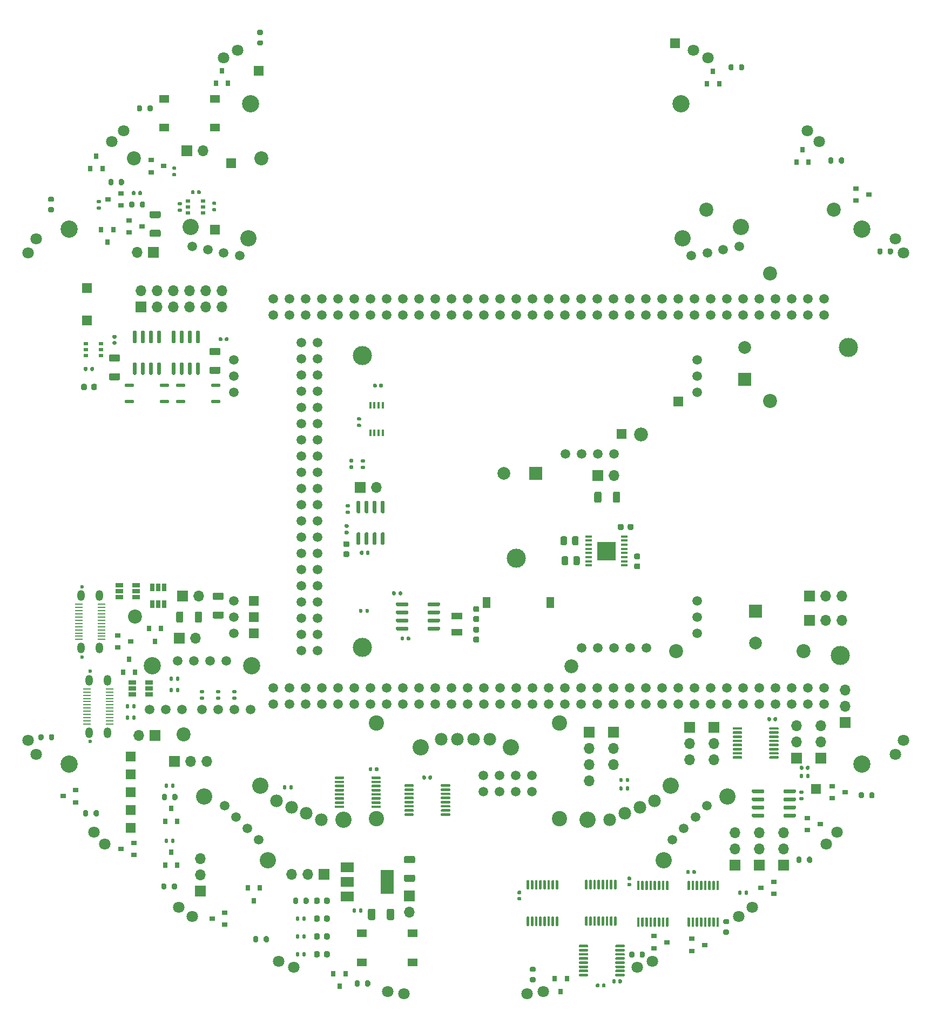
<source format=gbr>
G04 #@! TF.GenerationSoftware,KiCad,Pcbnew,5.1.9-73d0e3b20d~88~ubuntu20.04.1*
G04 #@! TF.CreationDate,2020-12-30T10:14:53-08:00*
G04 #@! TF.ProjectId,master_board,6d617374-6572-45f6-926f-6172642e6b69,Rev. A*
G04 #@! TF.SameCoordinates,Original*
G04 #@! TF.FileFunction,Soldermask,Top*
G04 #@! TF.FilePolarity,Negative*
%FSLAX46Y46*%
G04 Gerber Fmt 4.6, Leading zero omitted, Abs format (unit mm)*
G04 Created by KiCad (PCBNEW 5.1.9-73d0e3b20d~88~ubuntu20.04.1) date 2020-12-30 10:14:53*
%MOMM*%
%LPD*%
G01*
G04 APERTURE LIST*
%ADD10C,2.000000*%
%ADD11R,2.000000X2.000000*%
%ADD12O,1.700000X1.700000*%
%ADD13R,1.700000X1.700000*%
%ADD14C,2.700000*%
%ADD15C,1.520000*%
%ADD16R,3.000000X3.000000*%
%ADD17R,1.050000X0.450000*%
%ADD18R,0.700000X0.510000*%
%ADD19R,0.400000X1.100000*%
%ADD20R,1.220000X0.650000*%
%ADD21C,2.180000*%
%ADD22R,1.550000X1.300000*%
%ADD23C,3.000000*%
%ADD24C,2.200000*%
%ADD25R,0.800000X0.900000*%
%ADD26C,2.400000*%
%ADD27C,2.550000*%
%ADD28C,1.800000*%
%ADD29C,1.980000*%
%ADD30R,2.000000X1.500000*%
%ADD31R,2.000000X3.800000*%
%ADD32R,1.800000X1.000000*%
%ADD33R,1.250000X1.800000*%
%ADD34R,0.900000X0.800000*%
%ADD35R,0.650000X1.220000*%
%ADD36C,0.600000*%
%ADD37O,1.200000X1.700000*%
%ADD38R,1.300000X0.270000*%
%ADD39R,1.500000X1.500000*%
G04 APERTURE END LIST*
G36*
G01*
X153362000Y-142664000D02*
X153362000Y-142324000D01*
G75*
G02*
X153502000Y-142184000I140000J0D01*
G01*
X153782000Y-142184000D01*
G75*
G02*
X153922000Y-142324000I0J-140000D01*
G01*
X153922000Y-142664000D01*
G75*
G02*
X153782000Y-142804000I-140000J0D01*
G01*
X153502000Y-142804000D01*
G75*
G02*
X153362000Y-142664000I0J140000D01*
G01*
G37*
G36*
G01*
X152402000Y-142664000D02*
X152402000Y-142324000D01*
G75*
G02*
X152542000Y-142184000I140000J0D01*
G01*
X152822000Y-142184000D01*
G75*
G02*
X152962000Y-142324000I0J-140000D01*
G01*
X152962000Y-142664000D01*
G75*
G02*
X152822000Y-142804000I-140000J0D01*
G01*
X152542000Y-142804000D01*
G75*
G02*
X152402000Y-142664000I0J140000D01*
G01*
G37*
G36*
G01*
X85852000Y-164807999D02*
X85852000Y-166108001D01*
G75*
G02*
X85602001Y-166358000I-249999J0D01*
G01*
X84951999Y-166358000D01*
G75*
G02*
X84702000Y-166108001I0J249999D01*
G01*
X84702000Y-164807999D01*
G75*
G02*
X84951999Y-164558000I249999J0D01*
G01*
X85602001Y-164558000D01*
G75*
G02*
X85852000Y-164807999I0J-249999D01*
G01*
G37*
G36*
G01*
X88802000Y-164807999D02*
X88802000Y-166108001D01*
G75*
G02*
X88552001Y-166358000I-249999J0D01*
G01*
X87901999Y-166358000D01*
G75*
G02*
X87652000Y-166108001I0J249999D01*
G01*
X87652000Y-164807999D01*
G75*
G02*
X87901999Y-164558000I249999J0D01*
G01*
X88552001Y-164558000D01*
G75*
G02*
X88802000Y-164807999I0J-249999D01*
G01*
G37*
D10*
X106030000Y-96390000D03*
D11*
X111030000Y-96390000D03*
D10*
X145470000Y-122910000D03*
D11*
X145470000Y-117910000D03*
G36*
G01*
X83995000Y-108640000D02*
X83995000Y-108980000D01*
G75*
G02*
X83855000Y-109120000I-140000J0D01*
G01*
X83575000Y-109120000D01*
G75*
G02*
X83435000Y-108980000I0J140000D01*
G01*
X83435000Y-108640000D01*
G75*
G02*
X83575000Y-108500000I140000J0D01*
G01*
X83855000Y-108500000D01*
G75*
G02*
X83995000Y-108640000I0J-140000D01*
G01*
G37*
G36*
G01*
X84955000Y-108640000D02*
X84955000Y-108980000D01*
G75*
G02*
X84815000Y-109120000I-140000J0D01*
G01*
X84535000Y-109120000D01*
G75*
G02*
X84395000Y-108980000I0J140000D01*
G01*
X84395000Y-108640000D01*
G75*
G02*
X84535000Y-108500000I140000J0D01*
G01*
X84815000Y-108500000D01*
G75*
G02*
X84955000Y-108640000I0J-140000D01*
G01*
G37*
G36*
G01*
X126650000Y-110475000D02*
X127150000Y-110475000D01*
G75*
G02*
X127375000Y-110700000I0J-225000D01*
G01*
X127375000Y-111150000D01*
G75*
G02*
X127150000Y-111375000I-225000J0D01*
G01*
X126650000Y-111375000D01*
G75*
G02*
X126425000Y-111150000I0J225000D01*
G01*
X126425000Y-110700000D01*
G75*
G02*
X126650000Y-110475000I225000J0D01*
G01*
G37*
G36*
G01*
X126650000Y-108925000D02*
X127150000Y-108925000D01*
G75*
G02*
X127375000Y-109150000I0J-225000D01*
G01*
X127375000Y-109600000D01*
G75*
G02*
X127150000Y-109825000I-225000J0D01*
G01*
X126650000Y-109825000D01*
G75*
G02*
X126425000Y-109600000I0J225000D01*
G01*
X126425000Y-109150000D01*
G75*
G02*
X126650000Y-108925000I225000J0D01*
G01*
G37*
G36*
G01*
X124775000Y-104500000D02*
X124775000Y-105000000D01*
G75*
G02*
X124550000Y-105225000I-225000J0D01*
G01*
X124100000Y-105225000D01*
G75*
G02*
X123875000Y-105000000I0J225000D01*
G01*
X123875000Y-104500000D01*
G75*
G02*
X124100000Y-104275000I225000J0D01*
G01*
X124550000Y-104275000D01*
G75*
G02*
X124775000Y-104500000I0J-225000D01*
G01*
G37*
G36*
G01*
X126325000Y-104500000D02*
X126325000Y-105000000D01*
G75*
G02*
X126100000Y-105225000I-225000J0D01*
G01*
X125650000Y-105225000D01*
G75*
G02*
X125425000Y-105000000I0J225000D01*
G01*
X125425000Y-104500000D01*
G75*
G02*
X125650000Y-104275000I225000J0D01*
G01*
X126100000Y-104275000D01*
G75*
G02*
X126325000Y-104500000I0J-225000D01*
G01*
G37*
D12*
X48768000Y-137414000D03*
D13*
X51308000Y-137414000D03*
D12*
X159004000Y-115570000D03*
X156464000Y-115570000D03*
D13*
X153924000Y-115570000D03*
D14*
X50856500Y-126485000D03*
X66491500Y-126485000D03*
D15*
X62484000Y-125730000D03*
X59944000Y-125730000D03*
X57404000Y-125730000D03*
X54864000Y-125730000D03*
X66294000Y-133350000D03*
X63754000Y-133350000D03*
X61214000Y-133350000D03*
X58674000Y-133350000D03*
X55499000Y-133350000D03*
X52959000Y-133350000D03*
X50419000Y-133350000D03*
D12*
X138938000Y-141224000D03*
X138938000Y-138684000D03*
D13*
X138938000Y-136144000D03*
D12*
X123190000Y-141986000D03*
X123190000Y-139446000D03*
D13*
X123190000Y-136906000D03*
D12*
X135128000Y-141224000D03*
X135128000Y-138684000D03*
D13*
X135128000Y-136144000D03*
D12*
X119380000Y-144526000D03*
X119380000Y-141986000D03*
X119380000Y-139446000D03*
D13*
X119380000Y-136906000D03*
D12*
X61800000Y-67760000D03*
X61800000Y-70300000D03*
X59260000Y-67760000D03*
X59260000Y-70300000D03*
X56720000Y-67760000D03*
X56720000Y-70300000D03*
X54180000Y-67760000D03*
X54180000Y-70300000D03*
X51640000Y-67760000D03*
X51640000Y-70300000D03*
X49100000Y-67760000D03*
D13*
X49100000Y-70300000D03*
D12*
X159512000Y-130302000D03*
X159512000Y-132842000D03*
D13*
X159512000Y-135382000D03*
D12*
X159004000Y-119380000D03*
X156464000Y-119380000D03*
D13*
X153924000Y-119380000D03*
D12*
X146030000Y-152654000D03*
X146030000Y-155194000D03*
D13*
X146030000Y-157734000D03*
D12*
X151892000Y-135890000D03*
X151892000Y-138430000D03*
D13*
X151892000Y-140970000D03*
G36*
G01*
X77120000Y-165859750D02*
X77120000Y-166372250D01*
G75*
G02*
X76901250Y-166591000I-218750J0D01*
G01*
X76463750Y-166591000D01*
G75*
G02*
X76245000Y-166372250I0J218750D01*
G01*
X76245000Y-165859750D01*
G75*
G02*
X76463750Y-165641000I218750J0D01*
G01*
X76901250Y-165641000D01*
G75*
G02*
X77120000Y-165859750I0J-218750D01*
G01*
G37*
G36*
G01*
X78695000Y-165859750D02*
X78695000Y-166372250D01*
G75*
G02*
X78476250Y-166591000I-218750J0D01*
G01*
X78038750Y-166591000D01*
G75*
G02*
X77820000Y-166372250I0J218750D01*
G01*
X77820000Y-165859750D01*
G75*
G02*
X78038750Y-165641000I218750J0D01*
G01*
X78476250Y-165641000D01*
G75*
G02*
X78695000Y-165859750I0J-218750D01*
G01*
G37*
D12*
X86020000Y-98540000D03*
D13*
X83480000Y-98540000D03*
D12*
X72752000Y-159148000D03*
X75292000Y-159148000D03*
D13*
X77832000Y-159148000D03*
D12*
X123238260Y-96657160D03*
D13*
X120698260Y-96657160D03*
D12*
X48514000Y-61722000D03*
D13*
X51054000Y-61722000D03*
D12*
X59436000Y-141478000D03*
X56896000Y-141478000D03*
D13*
X54356000Y-141478000D03*
D12*
X58420000Y-156718000D03*
X58420000Y-159258000D03*
D13*
X58420000Y-161798000D03*
G36*
G01*
X81345000Y-102170000D02*
X81715000Y-102170000D01*
G75*
G02*
X81850000Y-102305000I0J-135000D01*
G01*
X81850000Y-102575000D01*
G75*
G02*
X81715000Y-102710000I-135000J0D01*
G01*
X81345000Y-102710000D01*
G75*
G02*
X81210000Y-102575000I0J135000D01*
G01*
X81210000Y-102305000D01*
G75*
G02*
X81345000Y-102170000I135000J0D01*
G01*
G37*
G36*
G01*
X81345000Y-101150000D02*
X81715000Y-101150000D01*
G75*
G02*
X81850000Y-101285000I0J-135000D01*
G01*
X81850000Y-101555000D01*
G75*
G02*
X81715000Y-101690000I-135000J0D01*
G01*
X81345000Y-101690000D01*
G75*
G02*
X81210000Y-101555000I0J135000D01*
G01*
X81210000Y-101285000D01*
G75*
G02*
X81345000Y-101150000I135000J0D01*
G01*
G37*
G36*
G01*
X81155000Y-105350000D02*
X81525000Y-105350000D01*
G75*
G02*
X81660000Y-105485000I0J-135000D01*
G01*
X81660000Y-105755000D01*
G75*
G02*
X81525000Y-105890000I-135000J0D01*
G01*
X81155000Y-105890000D01*
G75*
G02*
X81020000Y-105755000I0J135000D01*
G01*
X81020000Y-105485000D01*
G75*
G02*
X81155000Y-105350000I135000J0D01*
G01*
G37*
G36*
G01*
X81155000Y-104330000D02*
X81525000Y-104330000D01*
G75*
G02*
X81660000Y-104465000I0J-135000D01*
G01*
X81660000Y-104735000D01*
G75*
G02*
X81525000Y-104870000I-135000J0D01*
G01*
X81155000Y-104870000D01*
G75*
G02*
X81020000Y-104735000I0J135000D01*
G01*
X81020000Y-104465000D01*
G75*
G02*
X81155000Y-104330000I135000J0D01*
G01*
G37*
G36*
G01*
X84290000Y-118075000D02*
X84290000Y-117705000D01*
G75*
G02*
X84425000Y-117570000I135000J0D01*
G01*
X84695000Y-117570000D01*
G75*
G02*
X84830000Y-117705000I0J-135000D01*
G01*
X84830000Y-118075000D01*
G75*
G02*
X84695000Y-118210000I-135000J0D01*
G01*
X84425000Y-118210000D01*
G75*
G02*
X84290000Y-118075000I0J135000D01*
G01*
G37*
G36*
G01*
X83270000Y-118075000D02*
X83270000Y-117705000D01*
G75*
G02*
X83405000Y-117570000I135000J0D01*
G01*
X83675000Y-117570000D01*
G75*
G02*
X83810000Y-117705000I0J-135000D01*
G01*
X83810000Y-118075000D01*
G75*
G02*
X83675000Y-118210000I-135000J0D01*
G01*
X83405000Y-118210000D01*
G75*
G02*
X83270000Y-118075000I0J135000D01*
G01*
G37*
G36*
G01*
X82818000Y-164661000D02*
X82818000Y-165031000D01*
G75*
G02*
X82683000Y-165166000I-135000J0D01*
G01*
X82413000Y-165166000D01*
G75*
G02*
X82278000Y-165031000I0J135000D01*
G01*
X82278000Y-164661000D01*
G75*
G02*
X82413000Y-164526000I135000J0D01*
G01*
X82683000Y-164526000D01*
G75*
G02*
X82818000Y-164661000I0J-135000D01*
G01*
G37*
G36*
G01*
X83838000Y-164661000D02*
X83838000Y-165031000D01*
G75*
G02*
X83703000Y-165166000I-135000J0D01*
G01*
X83433000Y-165166000D01*
G75*
G02*
X83298000Y-165031000I0J135000D01*
G01*
X83298000Y-164661000D01*
G75*
G02*
X83433000Y-164526000I135000J0D01*
G01*
X83703000Y-164526000D01*
G75*
G02*
X83838000Y-164661000I0J-135000D01*
G01*
G37*
G36*
G01*
X83715000Y-95150000D02*
X84085000Y-95150000D01*
G75*
G02*
X84220000Y-95285000I0J-135000D01*
G01*
X84220000Y-95555000D01*
G75*
G02*
X84085000Y-95690000I-135000J0D01*
G01*
X83715000Y-95690000D01*
G75*
G02*
X83580000Y-95555000I0J135000D01*
G01*
X83580000Y-95285000D01*
G75*
G02*
X83715000Y-95150000I135000J0D01*
G01*
G37*
G36*
G01*
X83715000Y-94130000D02*
X84085000Y-94130000D01*
G75*
G02*
X84220000Y-94265000I0J-135000D01*
G01*
X84220000Y-94535000D01*
G75*
G02*
X84085000Y-94670000I-135000J0D01*
G01*
X83715000Y-94670000D01*
G75*
G02*
X83580000Y-94535000I0J135000D01*
G01*
X83580000Y-94265000D01*
G75*
G02*
X83715000Y-94130000I135000J0D01*
G01*
G37*
G36*
G01*
X83107000Y-88578000D02*
X83477000Y-88578000D01*
G75*
G02*
X83612000Y-88713000I0J-135000D01*
G01*
X83612000Y-88983000D01*
G75*
G02*
X83477000Y-89118000I-135000J0D01*
G01*
X83107000Y-89118000D01*
G75*
G02*
X82972000Y-88983000I0J135000D01*
G01*
X82972000Y-88713000D01*
G75*
G02*
X83107000Y-88578000I135000J0D01*
G01*
G37*
G36*
G01*
X83107000Y-87558000D02*
X83477000Y-87558000D01*
G75*
G02*
X83612000Y-87693000I0J-135000D01*
G01*
X83612000Y-87963000D01*
G75*
G02*
X83477000Y-88098000I-135000J0D01*
G01*
X83107000Y-88098000D01*
G75*
G02*
X82972000Y-87963000I0J135000D01*
G01*
X82972000Y-87693000D01*
G75*
G02*
X83107000Y-87558000I135000J0D01*
G01*
G37*
G36*
G01*
X74593000Y-163597000D02*
X74593000Y-163047000D01*
G75*
G02*
X74793000Y-162847000I200000J0D01*
G01*
X75193000Y-162847000D01*
G75*
G02*
X75393000Y-163047000I0J-200000D01*
G01*
X75393000Y-163597000D01*
G75*
G02*
X75193000Y-163797000I-200000J0D01*
G01*
X74793000Y-163797000D01*
G75*
G02*
X74593000Y-163597000I0J200000D01*
G01*
G37*
G36*
G01*
X72943000Y-163597000D02*
X72943000Y-163047000D01*
G75*
G02*
X73143000Y-162847000I200000J0D01*
G01*
X73543000Y-162847000D01*
G75*
G02*
X73743000Y-163047000I0J-200000D01*
G01*
X73743000Y-163597000D01*
G75*
G02*
X73543000Y-163797000I-200000J0D01*
G01*
X73143000Y-163797000D01*
G75*
G02*
X72943000Y-163597000I0J200000D01*
G01*
G37*
G36*
G01*
X116700000Y-107370002D02*
X116700000Y-106469998D01*
G75*
G02*
X116949998Y-106220000I249998J0D01*
G01*
X117475002Y-106220000D01*
G75*
G02*
X117725000Y-106469998I0J-249998D01*
G01*
X117725000Y-107370002D01*
G75*
G02*
X117475002Y-107620000I-249998J0D01*
G01*
X116949998Y-107620000D01*
G75*
G02*
X116700000Y-107370002I0J249998D01*
G01*
G37*
G36*
G01*
X114875000Y-107370002D02*
X114875000Y-106469998D01*
G75*
G02*
X115124998Y-106220000I249998J0D01*
G01*
X115650002Y-106220000D01*
G75*
G02*
X115900000Y-106469998I0J-249998D01*
G01*
X115900000Y-107370002D01*
G75*
G02*
X115650002Y-107620000I-249998J0D01*
G01*
X115124998Y-107620000D01*
G75*
G02*
X114875000Y-107370002I0J249998D01*
G01*
G37*
G36*
G01*
X116890000Y-110490002D02*
X116890000Y-109589998D01*
G75*
G02*
X117139998Y-109340000I249998J0D01*
G01*
X117665002Y-109340000D01*
G75*
G02*
X117915000Y-109589998I0J-249998D01*
G01*
X117915000Y-110490002D01*
G75*
G02*
X117665002Y-110740000I-249998J0D01*
G01*
X117139998Y-110740000D01*
G75*
G02*
X116890000Y-110490002I0J249998D01*
G01*
G37*
G36*
G01*
X115065000Y-110490002D02*
X115065000Y-109589998D01*
G75*
G02*
X115314998Y-109340000I249998J0D01*
G01*
X115840002Y-109340000D01*
G75*
G02*
X116090000Y-109589998I0J-249998D01*
G01*
X116090000Y-110490002D01*
G75*
G02*
X115840002Y-110740000I-249998J0D01*
G01*
X115314998Y-110740000D01*
G75*
G02*
X115065000Y-110490002I0J249998D01*
G01*
G37*
G36*
G01*
X57542000Y-119497003D02*
X57542000Y-118246997D01*
G75*
G02*
X57791997Y-117997000I249997J0D01*
G01*
X58417003Y-117997000D01*
G75*
G02*
X58667000Y-118246997I0J-249997D01*
G01*
X58667000Y-119497003D01*
G75*
G02*
X58417003Y-119747000I-249997J0D01*
G01*
X57791997Y-119747000D01*
G75*
G02*
X57542000Y-119497003I0J249997D01*
G01*
G37*
G36*
G01*
X54617000Y-119497003D02*
X54617000Y-118246997D01*
G75*
G02*
X54866997Y-117997000I249997J0D01*
G01*
X55492003Y-117997000D01*
G75*
G02*
X55742000Y-118246997I0J-249997D01*
G01*
X55742000Y-119497003D01*
G75*
G02*
X55492003Y-119747000I-249997J0D01*
G01*
X54866997Y-119747000D01*
G75*
G02*
X54617000Y-119497003I0J249997D01*
G01*
G37*
G36*
G01*
X91837003Y-157438000D02*
X90586997Y-157438000D01*
G75*
G02*
X90337000Y-157188003I0J249997D01*
G01*
X90337000Y-156562997D01*
G75*
G02*
X90586997Y-156313000I249997J0D01*
G01*
X91837003Y-156313000D01*
G75*
G02*
X92087000Y-156562997I0J-249997D01*
G01*
X92087000Y-157188003D01*
G75*
G02*
X91837003Y-157438000I-249997J0D01*
G01*
G37*
G36*
G01*
X91837003Y-160363000D02*
X90586997Y-160363000D01*
G75*
G02*
X90337000Y-160113003I0J249997D01*
G01*
X90337000Y-159487997D01*
G75*
G02*
X90586997Y-159238000I249997J0D01*
G01*
X91837003Y-159238000D01*
G75*
G02*
X92087000Y-159487997I0J-249997D01*
G01*
X92087000Y-160113003D01*
G75*
G02*
X91837003Y-160363000I-249997J0D01*
G01*
G37*
G36*
G01*
X61839003Y-116194000D02*
X60588997Y-116194000D01*
G75*
G02*
X60339000Y-115944003I0J249997D01*
G01*
X60339000Y-115318997D01*
G75*
G02*
X60588997Y-115069000I249997J0D01*
G01*
X61839003Y-115069000D01*
G75*
G02*
X62089000Y-115318997I0J-249997D01*
G01*
X62089000Y-115944003D01*
G75*
G02*
X61839003Y-116194000I-249997J0D01*
G01*
G37*
G36*
G01*
X61839003Y-119119000D02*
X60588997Y-119119000D01*
G75*
G02*
X60339000Y-118869003I0J249997D01*
G01*
X60339000Y-118243997D01*
G75*
G02*
X60588997Y-117994000I249997J0D01*
G01*
X61839003Y-117994000D01*
G75*
G02*
X62089000Y-118243997I0J-249997D01*
G01*
X62089000Y-118869003D01*
G75*
G02*
X61839003Y-119119000I-249997J0D01*
G01*
G37*
G36*
G01*
X124618780Y-145544960D02*
X124618780Y-145914960D01*
G75*
G02*
X124483780Y-146049960I-135000J0D01*
G01*
X124213780Y-146049960D01*
G75*
G02*
X124078780Y-145914960I0J135000D01*
G01*
X124078780Y-145544960D01*
G75*
G02*
X124213780Y-145409960I135000J0D01*
G01*
X124483780Y-145409960D01*
G75*
G02*
X124618780Y-145544960I0J-135000D01*
G01*
G37*
G36*
G01*
X125638780Y-145544960D02*
X125638780Y-145914960D01*
G75*
G02*
X125503780Y-146049960I-135000J0D01*
G01*
X125233780Y-146049960D01*
G75*
G02*
X125098780Y-145914960I0J135000D01*
G01*
X125098780Y-145544960D01*
G75*
G02*
X125233780Y-145409960I135000J0D01*
G01*
X125503780Y-145409960D01*
G75*
G02*
X125638780Y-145544960I0J-135000D01*
G01*
G37*
G36*
G01*
X127307000Y-172033000D02*
X127307000Y-171483000D01*
G75*
G02*
X127507000Y-171283000I200000J0D01*
G01*
X127907000Y-171283000D01*
G75*
G02*
X128107000Y-171483000I0J-200000D01*
G01*
X128107000Y-172033000D01*
G75*
G02*
X127907000Y-172233000I-200000J0D01*
G01*
X127507000Y-172233000D01*
G75*
G02*
X127307000Y-172033000I0J200000D01*
G01*
G37*
G36*
G01*
X125657000Y-172033000D02*
X125657000Y-171483000D01*
G75*
G02*
X125857000Y-171283000I200000J0D01*
G01*
X126257000Y-171283000D01*
G75*
G02*
X126457000Y-171483000I0J-200000D01*
G01*
X126457000Y-172033000D01*
G75*
G02*
X126257000Y-172233000I-200000J0D01*
G01*
X125857000Y-172233000D01*
G75*
G02*
X125657000Y-172033000I0J200000D01*
G01*
G37*
G36*
G01*
X49275000Y-38905000D02*
X49275000Y-39455000D01*
G75*
G02*
X49075000Y-39655000I-200000J0D01*
G01*
X48675000Y-39655000D01*
G75*
G02*
X48475000Y-39455000I0J200000D01*
G01*
X48475000Y-38905000D01*
G75*
G02*
X48675000Y-38705000I200000J0D01*
G01*
X49075000Y-38705000D01*
G75*
G02*
X49275000Y-38905000I0J-200000D01*
G01*
G37*
G36*
G01*
X50925000Y-38905000D02*
X50925000Y-39455000D01*
G75*
G02*
X50725000Y-39655000I-200000J0D01*
G01*
X50325000Y-39655000D01*
G75*
G02*
X50125000Y-39455000I0J200000D01*
G01*
X50125000Y-38905000D01*
G75*
G02*
X50325000Y-38705000I200000J0D01*
G01*
X50725000Y-38705000D01*
G75*
G02*
X50925000Y-38905000I0J-200000D01*
G01*
G37*
G36*
G01*
X110255000Y-175305000D02*
X110805000Y-175305000D01*
G75*
G02*
X111005000Y-175505000I0J-200000D01*
G01*
X111005000Y-175905000D01*
G75*
G02*
X110805000Y-176105000I-200000J0D01*
G01*
X110255000Y-176105000D01*
G75*
G02*
X110055000Y-175905000I0J200000D01*
G01*
X110055000Y-175505000D01*
G75*
G02*
X110255000Y-175305000I200000J0D01*
G01*
G37*
G36*
G01*
X110255000Y-173655000D02*
X110805000Y-173655000D01*
G75*
G02*
X111005000Y-173855000I0J-200000D01*
G01*
X111005000Y-174255000D01*
G75*
G02*
X110805000Y-174455000I-200000J0D01*
G01*
X110255000Y-174455000D01*
G75*
G02*
X110055000Y-174255000I0J200000D01*
G01*
X110055000Y-173855000D01*
G75*
G02*
X110255000Y-173655000I200000J0D01*
G01*
G37*
G36*
G01*
X67515000Y-28505000D02*
X68065000Y-28505000D01*
G75*
G02*
X68265000Y-28705000I0J-200000D01*
G01*
X68265000Y-29105000D01*
G75*
G02*
X68065000Y-29305000I-200000J0D01*
G01*
X67515000Y-29305000D01*
G75*
G02*
X67315000Y-29105000I0J200000D01*
G01*
X67315000Y-28705000D01*
G75*
G02*
X67515000Y-28505000I200000J0D01*
G01*
G37*
G36*
G01*
X67515000Y-26855000D02*
X68065000Y-26855000D01*
G75*
G02*
X68265000Y-27055000I0J-200000D01*
G01*
X68265000Y-27455000D01*
G75*
G02*
X68065000Y-27655000I-200000J0D01*
G01*
X67515000Y-27655000D01*
G75*
G02*
X67315000Y-27455000I0J200000D01*
G01*
X67315000Y-27055000D01*
G75*
G02*
X67515000Y-26855000I200000J0D01*
G01*
G37*
G36*
G01*
X84245000Y-176551000D02*
X84245000Y-176001000D01*
G75*
G02*
X84445000Y-175801000I200000J0D01*
G01*
X84845000Y-175801000D01*
G75*
G02*
X85045000Y-176001000I0J-200000D01*
G01*
X85045000Y-176551000D01*
G75*
G02*
X84845000Y-176751000I-200000J0D01*
G01*
X84445000Y-176751000D01*
G75*
G02*
X84245000Y-176551000I0J200000D01*
G01*
G37*
G36*
G01*
X82595000Y-176551000D02*
X82595000Y-176001000D01*
G75*
G02*
X82795000Y-175801000I200000J0D01*
G01*
X83195000Y-175801000D01*
G75*
G02*
X83395000Y-176001000I0J-200000D01*
G01*
X83395000Y-176551000D01*
G75*
G02*
X83195000Y-176751000I-200000J0D01*
G01*
X82795000Y-176751000D01*
G75*
G02*
X82595000Y-176551000I0J200000D01*
G01*
G37*
G36*
G01*
X142025000Y-32465000D02*
X142025000Y-33015000D01*
G75*
G02*
X141825000Y-33215000I-200000J0D01*
G01*
X141425000Y-33215000D01*
G75*
G02*
X141225000Y-33015000I0J200000D01*
G01*
X141225000Y-32465000D01*
G75*
G02*
X141425000Y-32265000I200000J0D01*
G01*
X141825000Y-32265000D01*
G75*
G02*
X142025000Y-32465000I0J-200000D01*
G01*
G37*
G36*
G01*
X143675000Y-32465000D02*
X143675000Y-33015000D01*
G75*
G02*
X143475000Y-33215000I-200000J0D01*
G01*
X143075000Y-33215000D01*
G75*
G02*
X142875000Y-33015000I0J200000D01*
G01*
X142875000Y-32465000D01*
G75*
G02*
X143075000Y-32265000I200000J0D01*
G01*
X143475000Y-32265000D01*
G75*
G02*
X143675000Y-32465000I0J-200000D01*
G01*
G37*
G36*
G01*
X68355000Y-169625000D02*
X68355000Y-169075000D01*
G75*
G02*
X68555000Y-168875000I200000J0D01*
G01*
X68955000Y-168875000D01*
G75*
G02*
X69155000Y-169075000I0J-200000D01*
G01*
X69155000Y-169625000D01*
G75*
G02*
X68955000Y-169825000I-200000J0D01*
G01*
X68555000Y-169825000D01*
G75*
G02*
X68355000Y-169625000I0J200000D01*
G01*
G37*
G36*
G01*
X66705000Y-169625000D02*
X66705000Y-169075000D01*
G75*
G02*
X66905000Y-168875000I200000J0D01*
G01*
X67305000Y-168875000D01*
G75*
G02*
X67505000Y-169075000I0J-200000D01*
G01*
X67505000Y-169625000D01*
G75*
G02*
X67305000Y-169825000I-200000J0D01*
G01*
X66905000Y-169825000D01*
G75*
G02*
X66705000Y-169625000I0J200000D01*
G01*
G37*
G36*
G01*
X157675000Y-47065000D02*
X157675000Y-47615000D01*
G75*
G02*
X157475000Y-47815000I-200000J0D01*
G01*
X157075000Y-47815000D01*
G75*
G02*
X156875000Y-47615000I0J200000D01*
G01*
X156875000Y-47065000D01*
G75*
G02*
X157075000Y-46865000I200000J0D01*
G01*
X157475000Y-46865000D01*
G75*
G02*
X157675000Y-47065000I0J-200000D01*
G01*
G37*
G36*
G01*
X159325000Y-47065000D02*
X159325000Y-47615000D01*
G75*
G02*
X159125000Y-47815000I-200000J0D01*
G01*
X158725000Y-47815000D01*
G75*
G02*
X158525000Y-47615000I0J200000D01*
G01*
X158525000Y-47065000D01*
G75*
G02*
X158725000Y-46865000I200000J0D01*
G01*
X159125000Y-46865000D01*
G75*
G02*
X159325000Y-47065000I0J-200000D01*
G01*
G37*
G36*
G01*
X53945000Y-161355000D02*
X53945000Y-160805000D01*
G75*
G02*
X54145000Y-160605000I200000J0D01*
G01*
X54545000Y-160605000D01*
G75*
G02*
X54745000Y-160805000I0J-200000D01*
G01*
X54745000Y-161355000D01*
G75*
G02*
X54545000Y-161555000I-200000J0D01*
G01*
X54145000Y-161555000D01*
G75*
G02*
X53945000Y-161355000I0J200000D01*
G01*
G37*
G36*
G01*
X52295000Y-161355000D02*
X52295000Y-160805000D01*
G75*
G02*
X52495000Y-160605000I200000J0D01*
G01*
X52895000Y-160605000D01*
G75*
G02*
X53095000Y-160805000I0J-200000D01*
G01*
X53095000Y-161355000D01*
G75*
G02*
X52895000Y-161555000I-200000J0D01*
G01*
X52495000Y-161555000D01*
G75*
G02*
X52295000Y-161355000I0J200000D01*
G01*
G37*
G36*
G01*
X166205000Y-61845000D02*
X166205000Y-61295000D01*
G75*
G02*
X166405000Y-61095000I200000J0D01*
G01*
X166805000Y-61095000D01*
G75*
G02*
X167005000Y-61295000I0J-200000D01*
G01*
X167005000Y-61845000D01*
G75*
G02*
X166805000Y-62045000I-200000J0D01*
G01*
X166405000Y-62045000D01*
G75*
G02*
X166205000Y-61845000I0J200000D01*
G01*
G37*
G36*
G01*
X164555000Y-61845000D02*
X164555000Y-61295000D01*
G75*
G02*
X164755000Y-61095000I200000J0D01*
G01*
X165155000Y-61095000D01*
G75*
G02*
X165355000Y-61295000I0J-200000D01*
G01*
X165355000Y-61845000D01*
G75*
G02*
X165155000Y-62045000I-200000J0D01*
G01*
X164755000Y-62045000D01*
G75*
G02*
X164555000Y-61845000I0J200000D01*
G01*
G37*
G36*
G01*
X48708000Y-52615000D02*
X48708000Y-52245000D01*
G75*
G02*
X48843000Y-52110000I135000J0D01*
G01*
X49113000Y-52110000D01*
G75*
G02*
X49248000Y-52245000I0J-135000D01*
G01*
X49248000Y-52615000D01*
G75*
G02*
X49113000Y-52750000I-135000J0D01*
G01*
X48843000Y-52750000D01*
G75*
G02*
X48708000Y-52615000I0J135000D01*
G01*
G37*
G36*
G01*
X47688000Y-52615000D02*
X47688000Y-52245000D01*
G75*
G02*
X47823000Y-52110000I135000J0D01*
G01*
X48093000Y-52110000D01*
G75*
G02*
X48228000Y-52245000I0J-135000D01*
G01*
X48228000Y-52615000D01*
G75*
G02*
X48093000Y-52750000I-135000J0D01*
G01*
X47823000Y-52750000D01*
G75*
G02*
X47688000Y-52615000I0J135000D01*
G01*
G37*
G36*
G01*
X41180000Y-80185000D02*
X41180000Y-79815000D01*
G75*
G02*
X41315000Y-79680000I135000J0D01*
G01*
X41585000Y-79680000D01*
G75*
G02*
X41720000Y-79815000I0J-135000D01*
G01*
X41720000Y-80185000D01*
G75*
G02*
X41585000Y-80320000I-135000J0D01*
G01*
X41315000Y-80320000D01*
G75*
G02*
X41180000Y-80185000I0J135000D01*
G01*
G37*
G36*
G01*
X40160000Y-80185000D02*
X40160000Y-79815000D01*
G75*
G02*
X40295000Y-79680000I135000J0D01*
G01*
X40565000Y-79680000D01*
G75*
G02*
X40700000Y-79815000I0J-135000D01*
G01*
X40700000Y-80185000D01*
G75*
G02*
X40565000Y-80320000I-135000J0D01*
G01*
X40295000Y-80320000D01*
G75*
G02*
X40160000Y-80185000I0J135000D01*
G01*
G37*
G36*
G01*
X61331003Y-77840000D02*
X60080997Y-77840000D01*
G75*
G02*
X59831000Y-77590003I0J249997D01*
G01*
X59831000Y-76964997D01*
G75*
G02*
X60080997Y-76715000I249997J0D01*
G01*
X61331003Y-76715000D01*
G75*
G02*
X61581000Y-76964997I0J-249997D01*
G01*
X61581000Y-77590003D01*
G75*
G02*
X61331003Y-77840000I-249997J0D01*
G01*
G37*
G36*
G01*
X61331003Y-80765000D02*
X60080997Y-80765000D01*
G75*
G02*
X59831000Y-80515003I0J249997D01*
G01*
X59831000Y-79889997D01*
G75*
G02*
X60080997Y-79640000I249997J0D01*
G01*
X61331003Y-79640000D01*
G75*
G02*
X61581000Y-79889997I0J-249997D01*
G01*
X61581000Y-80515003D01*
G75*
G02*
X61331003Y-80765000I-249997J0D01*
G01*
G37*
G36*
G01*
X91040000Y-120525000D02*
X91040000Y-120825000D01*
G75*
G02*
X90890000Y-120975000I-150000J0D01*
G01*
X89240000Y-120975000D01*
G75*
G02*
X89090000Y-120825000I0J150000D01*
G01*
X89090000Y-120525000D01*
G75*
G02*
X89240000Y-120375000I150000J0D01*
G01*
X90890000Y-120375000D01*
G75*
G02*
X91040000Y-120525000I0J-150000D01*
G01*
G37*
G36*
G01*
X91040000Y-119255000D02*
X91040000Y-119555000D01*
G75*
G02*
X90890000Y-119705000I-150000J0D01*
G01*
X89240000Y-119705000D01*
G75*
G02*
X89090000Y-119555000I0J150000D01*
G01*
X89090000Y-119255000D01*
G75*
G02*
X89240000Y-119105000I150000J0D01*
G01*
X90890000Y-119105000D01*
G75*
G02*
X91040000Y-119255000I0J-150000D01*
G01*
G37*
G36*
G01*
X91040000Y-117985000D02*
X91040000Y-118285000D01*
G75*
G02*
X90890000Y-118435000I-150000J0D01*
G01*
X89240000Y-118435000D01*
G75*
G02*
X89090000Y-118285000I0J150000D01*
G01*
X89090000Y-117985000D01*
G75*
G02*
X89240000Y-117835000I150000J0D01*
G01*
X90890000Y-117835000D01*
G75*
G02*
X91040000Y-117985000I0J-150000D01*
G01*
G37*
G36*
G01*
X91040000Y-116715000D02*
X91040000Y-117015000D01*
G75*
G02*
X90890000Y-117165000I-150000J0D01*
G01*
X89240000Y-117165000D01*
G75*
G02*
X89090000Y-117015000I0J150000D01*
G01*
X89090000Y-116715000D01*
G75*
G02*
X89240000Y-116565000I150000J0D01*
G01*
X90890000Y-116565000D01*
G75*
G02*
X91040000Y-116715000I0J-150000D01*
G01*
G37*
G36*
G01*
X95990000Y-116715000D02*
X95990000Y-117015000D01*
G75*
G02*
X95840000Y-117165000I-150000J0D01*
G01*
X94190000Y-117165000D01*
G75*
G02*
X94040000Y-117015000I0J150000D01*
G01*
X94040000Y-116715000D01*
G75*
G02*
X94190000Y-116565000I150000J0D01*
G01*
X95840000Y-116565000D01*
G75*
G02*
X95990000Y-116715000I0J-150000D01*
G01*
G37*
G36*
G01*
X95990000Y-117985000D02*
X95990000Y-118285000D01*
G75*
G02*
X95840000Y-118435000I-150000J0D01*
G01*
X94190000Y-118435000D01*
G75*
G02*
X94040000Y-118285000I0J150000D01*
G01*
X94040000Y-117985000D01*
G75*
G02*
X94190000Y-117835000I150000J0D01*
G01*
X95840000Y-117835000D01*
G75*
G02*
X95990000Y-117985000I0J-150000D01*
G01*
G37*
G36*
G01*
X95990000Y-119255000D02*
X95990000Y-119555000D01*
G75*
G02*
X95840000Y-119705000I-150000J0D01*
G01*
X94190000Y-119705000D01*
G75*
G02*
X94040000Y-119555000I0J150000D01*
G01*
X94040000Y-119255000D01*
G75*
G02*
X94190000Y-119105000I150000J0D01*
G01*
X95840000Y-119105000D01*
G75*
G02*
X95990000Y-119255000I0J-150000D01*
G01*
G37*
G36*
G01*
X95990000Y-120525000D02*
X95990000Y-120825000D01*
G75*
G02*
X95840000Y-120975000I-150000J0D01*
G01*
X94190000Y-120975000D01*
G75*
G02*
X94040000Y-120825000I0J150000D01*
G01*
X94040000Y-120525000D01*
G75*
G02*
X94190000Y-120375000I150000J0D01*
G01*
X95840000Y-120375000D01*
G75*
G02*
X95990000Y-120525000I0J-150000D01*
G01*
G37*
G36*
G01*
X83365000Y-102610000D02*
X83065000Y-102610000D01*
G75*
G02*
X82915000Y-102460000I0J150000D01*
G01*
X82915000Y-100810000D01*
G75*
G02*
X83065000Y-100660000I150000J0D01*
G01*
X83365000Y-100660000D01*
G75*
G02*
X83515000Y-100810000I0J-150000D01*
G01*
X83515000Y-102460000D01*
G75*
G02*
X83365000Y-102610000I-150000J0D01*
G01*
G37*
G36*
G01*
X84635000Y-102610000D02*
X84335000Y-102610000D01*
G75*
G02*
X84185000Y-102460000I0J150000D01*
G01*
X84185000Y-100810000D01*
G75*
G02*
X84335000Y-100660000I150000J0D01*
G01*
X84635000Y-100660000D01*
G75*
G02*
X84785000Y-100810000I0J-150000D01*
G01*
X84785000Y-102460000D01*
G75*
G02*
X84635000Y-102610000I-150000J0D01*
G01*
G37*
G36*
G01*
X85905000Y-102610000D02*
X85605000Y-102610000D01*
G75*
G02*
X85455000Y-102460000I0J150000D01*
G01*
X85455000Y-100810000D01*
G75*
G02*
X85605000Y-100660000I150000J0D01*
G01*
X85905000Y-100660000D01*
G75*
G02*
X86055000Y-100810000I0J-150000D01*
G01*
X86055000Y-102460000D01*
G75*
G02*
X85905000Y-102610000I-150000J0D01*
G01*
G37*
G36*
G01*
X87175000Y-102610000D02*
X86875000Y-102610000D01*
G75*
G02*
X86725000Y-102460000I0J150000D01*
G01*
X86725000Y-100810000D01*
G75*
G02*
X86875000Y-100660000I150000J0D01*
G01*
X87175000Y-100660000D01*
G75*
G02*
X87325000Y-100810000I0J-150000D01*
G01*
X87325000Y-102460000D01*
G75*
G02*
X87175000Y-102610000I-150000J0D01*
G01*
G37*
G36*
G01*
X87175000Y-107560000D02*
X86875000Y-107560000D01*
G75*
G02*
X86725000Y-107410000I0J150000D01*
G01*
X86725000Y-105760000D01*
G75*
G02*
X86875000Y-105610000I150000J0D01*
G01*
X87175000Y-105610000D01*
G75*
G02*
X87325000Y-105760000I0J-150000D01*
G01*
X87325000Y-107410000D01*
G75*
G02*
X87175000Y-107560000I-150000J0D01*
G01*
G37*
G36*
G01*
X85905000Y-107560000D02*
X85605000Y-107560000D01*
G75*
G02*
X85455000Y-107410000I0J150000D01*
G01*
X85455000Y-105760000D01*
G75*
G02*
X85605000Y-105610000I150000J0D01*
G01*
X85905000Y-105610000D01*
G75*
G02*
X86055000Y-105760000I0J-150000D01*
G01*
X86055000Y-107410000D01*
G75*
G02*
X85905000Y-107560000I-150000J0D01*
G01*
G37*
G36*
G01*
X84635000Y-107560000D02*
X84335000Y-107560000D01*
G75*
G02*
X84185000Y-107410000I0J150000D01*
G01*
X84185000Y-105760000D01*
G75*
G02*
X84335000Y-105610000I150000J0D01*
G01*
X84635000Y-105610000D01*
G75*
G02*
X84785000Y-105760000I0J-150000D01*
G01*
X84785000Y-107410000D01*
G75*
G02*
X84635000Y-107560000I-150000J0D01*
G01*
G37*
G36*
G01*
X83365000Y-107560000D02*
X83065000Y-107560000D01*
G75*
G02*
X82915000Y-107410000I0J150000D01*
G01*
X82915000Y-105760000D01*
G75*
G02*
X83065000Y-105610000I150000J0D01*
G01*
X83365000Y-105610000D01*
G75*
G02*
X83515000Y-105760000I0J-150000D01*
G01*
X83515000Y-107410000D01*
G75*
G02*
X83365000Y-107560000I-150000J0D01*
G01*
G37*
D16*
X122102000Y-108518000D03*
D17*
X124877000Y-106243000D03*
X124877000Y-106893000D03*
X124877000Y-107543000D03*
X124877000Y-108193000D03*
X124877000Y-108843000D03*
X124877000Y-109493000D03*
X124877000Y-110143000D03*
X124877000Y-110793000D03*
X119327000Y-110793000D03*
X119327000Y-110143000D03*
X119327000Y-109493000D03*
X119327000Y-108843000D03*
X119327000Y-108193000D03*
X119327000Y-107543000D03*
X119327000Y-106893000D03*
X119327000Y-106243000D03*
G36*
G01*
X127177000Y-161673000D02*
X126977000Y-161673000D01*
G75*
G02*
X126877000Y-161573000I0J100000D01*
G01*
X126877000Y-160298000D01*
G75*
G02*
X126977000Y-160198000I100000J0D01*
G01*
X127177000Y-160198000D01*
G75*
G02*
X127277000Y-160298000I0J-100000D01*
G01*
X127277000Y-161573000D01*
G75*
G02*
X127177000Y-161673000I-100000J0D01*
G01*
G37*
G36*
G01*
X127827000Y-161673000D02*
X127627000Y-161673000D01*
G75*
G02*
X127527000Y-161573000I0J100000D01*
G01*
X127527000Y-160298000D01*
G75*
G02*
X127627000Y-160198000I100000J0D01*
G01*
X127827000Y-160198000D01*
G75*
G02*
X127927000Y-160298000I0J-100000D01*
G01*
X127927000Y-161573000D01*
G75*
G02*
X127827000Y-161673000I-100000J0D01*
G01*
G37*
G36*
G01*
X128477000Y-161673000D02*
X128277000Y-161673000D01*
G75*
G02*
X128177000Y-161573000I0J100000D01*
G01*
X128177000Y-160298000D01*
G75*
G02*
X128277000Y-160198000I100000J0D01*
G01*
X128477000Y-160198000D01*
G75*
G02*
X128577000Y-160298000I0J-100000D01*
G01*
X128577000Y-161573000D01*
G75*
G02*
X128477000Y-161673000I-100000J0D01*
G01*
G37*
G36*
G01*
X129127000Y-161673000D02*
X128927000Y-161673000D01*
G75*
G02*
X128827000Y-161573000I0J100000D01*
G01*
X128827000Y-160298000D01*
G75*
G02*
X128927000Y-160198000I100000J0D01*
G01*
X129127000Y-160198000D01*
G75*
G02*
X129227000Y-160298000I0J-100000D01*
G01*
X129227000Y-161573000D01*
G75*
G02*
X129127000Y-161673000I-100000J0D01*
G01*
G37*
G36*
G01*
X129777000Y-161673000D02*
X129577000Y-161673000D01*
G75*
G02*
X129477000Y-161573000I0J100000D01*
G01*
X129477000Y-160298000D01*
G75*
G02*
X129577000Y-160198000I100000J0D01*
G01*
X129777000Y-160198000D01*
G75*
G02*
X129877000Y-160298000I0J-100000D01*
G01*
X129877000Y-161573000D01*
G75*
G02*
X129777000Y-161673000I-100000J0D01*
G01*
G37*
G36*
G01*
X130427000Y-161673000D02*
X130227000Y-161673000D01*
G75*
G02*
X130127000Y-161573000I0J100000D01*
G01*
X130127000Y-160298000D01*
G75*
G02*
X130227000Y-160198000I100000J0D01*
G01*
X130427000Y-160198000D01*
G75*
G02*
X130527000Y-160298000I0J-100000D01*
G01*
X130527000Y-161573000D01*
G75*
G02*
X130427000Y-161673000I-100000J0D01*
G01*
G37*
G36*
G01*
X131077000Y-161673000D02*
X130877000Y-161673000D01*
G75*
G02*
X130777000Y-161573000I0J100000D01*
G01*
X130777000Y-160298000D01*
G75*
G02*
X130877000Y-160198000I100000J0D01*
G01*
X131077000Y-160198000D01*
G75*
G02*
X131177000Y-160298000I0J-100000D01*
G01*
X131177000Y-161573000D01*
G75*
G02*
X131077000Y-161673000I-100000J0D01*
G01*
G37*
G36*
G01*
X131727000Y-161673000D02*
X131527000Y-161673000D01*
G75*
G02*
X131427000Y-161573000I0J100000D01*
G01*
X131427000Y-160298000D01*
G75*
G02*
X131527000Y-160198000I100000J0D01*
G01*
X131727000Y-160198000D01*
G75*
G02*
X131827000Y-160298000I0J-100000D01*
G01*
X131827000Y-161573000D01*
G75*
G02*
X131727000Y-161673000I-100000J0D01*
G01*
G37*
G36*
G01*
X131727000Y-167398000D02*
X131527000Y-167398000D01*
G75*
G02*
X131427000Y-167298000I0J100000D01*
G01*
X131427000Y-166023000D01*
G75*
G02*
X131527000Y-165923000I100000J0D01*
G01*
X131727000Y-165923000D01*
G75*
G02*
X131827000Y-166023000I0J-100000D01*
G01*
X131827000Y-167298000D01*
G75*
G02*
X131727000Y-167398000I-100000J0D01*
G01*
G37*
G36*
G01*
X131077000Y-167398000D02*
X130877000Y-167398000D01*
G75*
G02*
X130777000Y-167298000I0J100000D01*
G01*
X130777000Y-166023000D01*
G75*
G02*
X130877000Y-165923000I100000J0D01*
G01*
X131077000Y-165923000D01*
G75*
G02*
X131177000Y-166023000I0J-100000D01*
G01*
X131177000Y-167298000D01*
G75*
G02*
X131077000Y-167398000I-100000J0D01*
G01*
G37*
G36*
G01*
X130427000Y-167398000D02*
X130227000Y-167398000D01*
G75*
G02*
X130127000Y-167298000I0J100000D01*
G01*
X130127000Y-166023000D01*
G75*
G02*
X130227000Y-165923000I100000J0D01*
G01*
X130427000Y-165923000D01*
G75*
G02*
X130527000Y-166023000I0J-100000D01*
G01*
X130527000Y-167298000D01*
G75*
G02*
X130427000Y-167398000I-100000J0D01*
G01*
G37*
G36*
G01*
X129777000Y-167398000D02*
X129577000Y-167398000D01*
G75*
G02*
X129477000Y-167298000I0J100000D01*
G01*
X129477000Y-166023000D01*
G75*
G02*
X129577000Y-165923000I100000J0D01*
G01*
X129777000Y-165923000D01*
G75*
G02*
X129877000Y-166023000I0J-100000D01*
G01*
X129877000Y-167298000D01*
G75*
G02*
X129777000Y-167398000I-100000J0D01*
G01*
G37*
G36*
G01*
X129127000Y-167398000D02*
X128927000Y-167398000D01*
G75*
G02*
X128827000Y-167298000I0J100000D01*
G01*
X128827000Y-166023000D01*
G75*
G02*
X128927000Y-165923000I100000J0D01*
G01*
X129127000Y-165923000D01*
G75*
G02*
X129227000Y-166023000I0J-100000D01*
G01*
X129227000Y-167298000D01*
G75*
G02*
X129127000Y-167398000I-100000J0D01*
G01*
G37*
G36*
G01*
X128477000Y-167398000D02*
X128277000Y-167398000D01*
G75*
G02*
X128177000Y-167298000I0J100000D01*
G01*
X128177000Y-166023000D01*
G75*
G02*
X128277000Y-165923000I100000J0D01*
G01*
X128477000Y-165923000D01*
G75*
G02*
X128577000Y-166023000I0J-100000D01*
G01*
X128577000Y-167298000D01*
G75*
G02*
X128477000Y-167398000I-100000J0D01*
G01*
G37*
G36*
G01*
X127827000Y-167398000D02*
X127627000Y-167398000D01*
G75*
G02*
X127527000Y-167298000I0J100000D01*
G01*
X127527000Y-166023000D01*
G75*
G02*
X127627000Y-165923000I100000J0D01*
G01*
X127827000Y-165923000D01*
G75*
G02*
X127927000Y-166023000I0J-100000D01*
G01*
X127927000Y-167298000D01*
G75*
G02*
X127827000Y-167398000I-100000J0D01*
G01*
G37*
G36*
G01*
X127177000Y-167398000D02*
X126977000Y-167398000D01*
G75*
G02*
X126877000Y-167298000I0J100000D01*
G01*
X126877000Y-166023000D01*
G75*
G02*
X126977000Y-165923000I100000J0D01*
G01*
X127177000Y-165923000D01*
G75*
G02*
X127277000Y-166023000I0J-100000D01*
G01*
X127277000Y-167298000D01*
G75*
G02*
X127177000Y-167398000I-100000J0D01*
G01*
G37*
G36*
G01*
X135077000Y-161673000D02*
X134877000Y-161673000D01*
G75*
G02*
X134777000Y-161573000I0J100000D01*
G01*
X134777000Y-160298000D01*
G75*
G02*
X134877000Y-160198000I100000J0D01*
G01*
X135077000Y-160198000D01*
G75*
G02*
X135177000Y-160298000I0J-100000D01*
G01*
X135177000Y-161573000D01*
G75*
G02*
X135077000Y-161673000I-100000J0D01*
G01*
G37*
G36*
G01*
X135727000Y-161673000D02*
X135527000Y-161673000D01*
G75*
G02*
X135427000Y-161573000I0J100000D01*
G01*
X135427000Y-160298000D01*
G75*
G02*
X135527000Y-160198000I100000J0D01*
G01*
X135727000Y-160198000D01*
G75*
G02*
X135827000Y-160298000I0J-100000D01*
G01*
X135827000Y-161573000D01*
G75*
G02*
X135727000Y-161673000I-100000J0D01*
G01*
G37*
G36*
G01*
X136377000Y-161673000D02*
X136177000Y-161673000D01*
G75*
G02*
X136077000Y-161573000I0J100000D01*
G01*
X136077000Y-160298000D01*
G75*
G02*
X136177000Y-160198000I100000J0D01*
G01*
X136377000Y-160198000D01*
G75*
G02*
X136477000Y-160298000I0J-100000D01*
G01*
X136477000Y-161573000D01*
G75*
G02*
X136377000Y-161673000I-100000J0D01*
G01*
G37*
G36*
G01*
X137027000Y-161673000D02*
X136827000Y-161673000D01*
G75*
G02*
X136727000Y-161573000I0J100000D01*
G01*
X136727000Y-160298000D01*
G75*
G02*
X136827000Y-160198000I100000J0D01*
G01*
X137027000Y-160198000D01*
G75*
G02*
X137127000Y-160298000I0J-100000D01*
G01*
X137127000Y-161573000D01*
G75*
G02*
X137027000Y-161673000I-100000J0D01*
G01*
G37*
G36*
G01*
X137677000Y-161673000D02*
X137477000Y-161673000D01*
G75*
G02*
X137377000Y-161573000I0J100000D01*
G01*
X137377000Y-160298000D01*
G75*
G02*
X137477000Y-160198000I100000J0D01*
G01*
X137677000Y-160198000D01*
G75*
G02*
X137777000Y-160298000I0J-100000D01*
G01*
X137777000Y-161573000D01*
G75*
G02*
X137677000Y-161673000I-100000J0D01*
G01*
G37*
G36*
G01*
X138327000Y-161673000D02*
X138127000Y-161673000D01*
G75*
G02*
X138027000Y-161573000I0J100000D01*
G01*
X138027000Y-160298000D01*
G75*
G02*
X138127000Y-160198000I100000J0D01*
G01*
X138327000Y-160198000D01*
G75*
G02*
X138427000Y-160298000I0J-100000D01*
G01*
X138427000Y-161573000D01*
G75*
G02*
X138327000Y-161673000I-100000J0D01*
G01*
G37*
G36*
G01*
X138977000Y-161673000D02*
X138777000Y-161673000D01*
G75*
G02*
X138677000Y-161573000I0J100000D01*
G01*
X138677000Y-160298000D01*
G75*
G02*
X138777000Y-160198000I100000J0D01*
G01*
X138977000Y-160198000D01*
G75*
G02*
X139077000Y-160298000I0J-100000D01*
G01*
X139077000Y-161573000D01*
G75*
G02*
X138977000Y-161673000I-100000J0D01*
G01*
G37*
G36*
G01*
X139627000Y-161673000D02*
X139427000Y-161673000D01*
G75*
G02*
X139327000Y-161573000I0J100000D01*
G01*
X139327000Y-160298000D01*
G75*
G02*
X139427000Y-160198000I100000J0D01*
G01*
X139627000Y-160198000D01*
G75*
G02*
X139727000Y-160298000I0J-100000D01*
G01*
X139727000Y-161573000D01*
G75*
G02*
X139627000Y-161673000I-100000J0D01*
G01*
G37*
G36*
G01*
X139627000Y-167398000D02*
X139427000Y-167398000D01*
G75*
G02*
X139327000Y-167298000I0J100000D01*
G01*
X139327000Y-166023000D01*
G75*
G02*
X139427000Y-165923000I100000J0D01*
G01*
X139627000Y-165923000D01*
G75*
G02*
X139727000Y-166023000I0J-100000D01*
G01*
X139727000Y-167298000D01*
G75*
G02*
X139627000Y-167398000I-100000J0D01*
G01*
G37*
G36*
G01*
X138977000Y-167398000D02*
X138777000Y-167398000D01*
G75*
G02*
X138677000Y-167298000I0J100000D01*
G01*
X138677000Y-166023000D01*
G75*
G02*
X138777000Y-165923000I100000J0D01*
G01*
X138977000Y-165923000D01*
G75*
G02*
X139077000Y-166023000I0J-100000D01*
G01*
X139077000Y-167298000D01*
G75*
G02*
X138977000Y-167398000I-100000J0D01*
G01*
G37*
G36*
G01*
X138327000Y-167398000D02*
X138127000Y-167398000D01*
G75*
G02*
X138027000Y-167298000I0J100000D01*
G01*
X138027000Y-166023000D01*
G75*
G02*
X138127000Y-165923000I100000J0D01*
G01*
X138327000Y-165923000D01*
G75*
G02*
X138427000Y-166023000I0J-100000D01*
G01*
X138427000Y-167298000D01*
G75*
G02*
X138327000Y-167398000I-100000J0D01*
G01*
G37*
G36*
G01*
X137677000Y-167398000D02*
X137477000Y-167398000D01*
G75*
G02*
X137377000Y-167298000I0J100000D01*
G01*
X137377000Y-166023000D01*
G75*
G02*
X137477000Y-165923000I100000J0D01*
G01*
X137677000Y-165923000D01*
G75*
G02*
X137777000Y-166023000I0J-100000D01*
G01*
X137777000Y-167298000D01*
G75*
G02*
X137677000Y-167398000I-100000J0D01*
G01*
G37*
G36*
G01*
X137027000Y-167398000D02*
X136827000Y-167398000D01*
G75*
G02*
X136727000Y-167298000I0J100000D01*
G01*
X136727000Y-166023000D01*
G75*
G02*
X136827000Y-165923000I100000J0D01*
G01*
X137027000Y-165923000D01*
G75*
G02*
X137127000Y-166023000I0J-100000D01*
G01*
X137127000Y-167298000D01*
G75*
G02*
X137027000Y-167398000I-100000J0D01*
G01*
G37*
G36*
G01*
X136377000Y-167398000D02*
X136177000Y-167398000D01*
G75*
G02*
X136077000Y-167298000I0J100000D01*
G01*
X136077000Y-166023000D01*
G75*
G02*
X136177000Y-165923000I100000J0D01*
G01*
X136377000Y-165923000D01*
G75*
G02*
X136477000Y-166023000I0J-100000D01*
G01*
X136477000Y-167298000D01*
G75*
G02*
X136377000Y-167398000I-100000J0D01*
G01*
G37*
G36*
G01*
X135727000Y-167398000D02*
X135527000Y-167398000D01*
G75*
G02*
X135427000Y-167298000I0J100000D01*
G01*
X135427000Y-166023000D01*
G75*
G02*
X135527000Y-165923000I100000J0D01*
G01*
X135727000Y-165923000D01*
G75*
G02*
X135827000Y-166023000I0J-100000D01*
G01*
X135827000Y-167298000D01*
G75*
G02*
X135727000Y-167398000I-100000J0D01*
G01*
G37*
G36*
G01*
X135077000Y-167398000D02*
X134877000Y-167398000D01*
G75*
G02*
X134777000Y-167298000I0J100000D01*
G01*
X134777000Y-166023000D01*
G75*
G02*
X134877000Y-165923000I100000J0D01*
G01*
X135077000Y-165923000D01*
G75*
G02*
X135177000Y-166023000I0J-100000D01*
G01*
X135177000Y-167298000D01*
G75*
G02*
X135077000Y-167398000I-100000J0D01*
G01*
G37*
G36*
G01*
X85227000Y-144148000D02*
X85227000Y-143948000D01*
G75*
G02*
X85327000Y-143848000I100000J0D01*
G01*
X86602000Y-143848000D01*
G75*
G02*
X86702000Y-143948000I0J-100000D01*
G01*
X86702000Y-144148000D01*
G75*
G02*
X86602000Y-144248000I-100000J0D01*
G01*
X85327000Y-144248000D01*
G75*
G02*
X85227000Y-144148000I0J100000D01*
G01*
G37*
G36*
G01*
X85227000Y-144798000D02*
X85227000Y-144598000D01*
G75*
G02*
X85327000Y-144498000I100000J0D01*
G01*
X86602000Y-144498000D01*
G75*
G02*
X86702000Y-144598000I0J-100000D01*
G01*
X86702000Y-144798000D01*
G75*
G02*
X86602000Y-144898000I-100000J0D01*
G01*
X85327000Y-144898000D01*
G75*
G02*
X85227000Y-144798000I0J100000D01*
G01*
G37*
G36*
G01*
X85227000Y-145448000D02*
X85227000Y-145248000D01*
G75*
G02*
X85327000Y-145148000I100000J0D01*
G01*
X86602000Y-145148000D01*
G75*
G02*
X86702000Y-145248000I0J-100000D01*
G01*
X86702000Y-145448000D01*
G75*
G02*
X86602000Y-145548000I-100000J0D01*
G01*
X85327000Y-145548000D01*
G75*
G02*
X85227000Y-145448000I0J100000D01*
G01*
G37*
G36*
G01*
X85227000Y-146098000D02*
X85227000Y-145898000D01*
G75*
G02*
X85327000Y-145798000I100000J0D01*
G01*
X86602000Y-145798000D01*
G75*
G02*
X86702000Y-145898000I0J-100000D01*
G01*
X86702000Y-146098000D01*
G75*
G02*
X86602000Y-146198000I-100000J0D01*
G01*
X85327000Y-146198000D01*
G75*
G02*
X85227000Y-146098000I0J100000D01*
G01*
G37*
G36*
G01*
X85227000Y-146748000D02*
X85227000Y-146548000D01*
G75*
G02*
X85327000Y-146448000I100000J0D01*
G01*
X86602000Y-146448000D01*
G75*
G02*
X86702000Y-146548000I0J-100000D01*
G01*
X86702000Y-146748000D01*
G75*
G02*
X86602000Y-146848000I-100000J0D01*
G01*
X85327000Y-146848000D01*
G75*
G02*
X85227000Y-146748000I0J100000D01*
G01*
G37*
G36*
G01*
X85227000Y-147398000D02*
X85227000Y-147198000D01*
G75*
G02*
X85327000Y-147098000I100000J0D01*
G01*
X86602000Y-147098000D01*
G75*
G02*
X86702000Y-147198000I0J-100000D01*
G01*
X86702000Y-147398000D01*
G75*
G02*
X86602000Y-147498000I-100000J0D01*
G01*
X85327000Y-147498000D01*
G75*
G02*
X85227000Y-147398000I0J100000D01*
G01*
G37*
G36*
G01*
X85227000Y-148048000D02*
X85227000Y-147848000D01*
G75*
G02*
X85327000Y-147748000I100000J0D01*
G01*
X86602000Y-147748000D01*
G75*
G02*
X86702000Y-147848000I0J-100000D01*
G01*
X86702000Y-148048000D01*
G75*
G02*
X86602000Y-148148000I-100000J0D01*
G01*
X85327000Y-148148000D01*
G75*
G02*
X85227000Y-148048000I0J100000D01*
G01*
G37*
G36*
G01*
X85227000Y-148698000D02*
X85227000Y-148498000D01*
G75*
G02*
X85327000Y-148398000I100000J0D01*
G01*
X86602000Y-148398000D01*
G75*
G02*
X86702000Y-148498000I0J-100000D01*
G01*
X86702000Y-148698000D01*
G75*
G02*
X86602000Y-148798000I-100000J0D01*
G01*
X85327000Y-148798000D01*
G75*
G02*
X85227000Y-148698000I0J100000D01*
G01*
G37*
G36*
G01*
X79502000Y-148698000D02*
X79502000Y-148498000D01*
G75*
G02*
X79602000Y-148398000I100000J0D01*
G01*
X80877000Y-148398000D01*
G75*
G02*
X80977000Y-148498000I0J-100000D01*
G01*
X80977000Y-148698000D01*
G75*
G02*
X80877000Y-148798000I-100000J0D01*
G01*
X79602000Y-148798000D01*
G75*
G02*
X79502000Y-148698000I0J100000D01*
G01*
G37*
G36*
G01*
X79502000Y-148048000D02*
X79502000Y-147848000D01*
G75*
G02*
X79602000Y-147748000I100000J0D01*
G01*
X80877000Y-147748000D01*
G75*
G02*
X80977000Y-147848000I0J-100000D01*
G01*
X80977000Y-148048000D01*
G75*
G02*
X80877000Y-148148000I-100000J0D01*
G01*
X79602000Y-148148000D01*
G75*
G02*
X79502000Y-148048000I0J100000D01*
G01*
G37*
G36*
G01*
X79502000Y-147398000D02*
X79502000Y-147198000D01*
G75*
G02*
X79602000Y-147098000I100000J0D01*
G01*
X80877000Y-147098000D01*
G75*
G02*
X80977000Y-147198000I0J-100000D01*
G01*
X80977000Y-147398000D01*
G75*
G02*
X80877000Y-147498000I-100000J0D01*
G01*
X79602000Y-147498000D01*
G75*
G02*
X79502000Y-147398000I0J100000D01*
G01*
G37*
G36*
G01*
X79502000Y-146748000D02*
X79502000Y-146548000D01*
G75*
G02*
X79602000Y-146448000I100000J0D01*
G01*
X80877000Y-146448000D01*
G75*
G02*
X80977000Y-146548000I0J-100000D01*
G01*
X80977000Y-146748000D01*
G75*
G02*
X80877000Y-146848000I-100000J0D01*
G01*
X79602000Y-146848000D01*
G75*
G02*
X79502000Y-146748000I0J100000D01*
G01*
G37*
G36*
G01*
X79502000Y-146098000D02*
X79502000Y-145898000D01*
G75*
G02*
X79602000Y-145798000I100000J0D01*
G01*
X80877000Y-145798000D01*
G75*
G02*
X80977000Y-145898000I0J-100000D01*
G01*
X80977000Y-146098000D01*
G75*
G02*
X80877000Y-146198000I-100000J0D01*
G01*
X79602000Y-146198000D01*
G75*
G02*
X79502000Y-146098000I0J100000D01*
G01*
G37*
G36*
G01*
X79502000Y-145448000D02*
X79502000Y-145248000D01*
G75*
G02*
X79602000Y-145148000I100000J0D01*
G01*
X80877000Y-145148000D01*
G75*
G02*
X80977000Y-145248000I0J-100000D01*
G01*
X80977000Y-145448000D01*
G75*
G02*
X80877000Y-145548000I-100000J0D01*
G01*
X79602000Y-145548000D01*
G75*
G02*
X79502000Y-145448000I0J100000D01*
G01*
G37*
G36*
G01*
X79502000Y-144798000D02*
X79502000Y-144598000D01*
G75*
G02*
X79602000Y-144498000I100000J0D01*
G01*
X80877000Y-144498000D01*
G75*
G02*
X80977000Y-144598000I0J-100000D01*
G01*
X80977000Y-144798000D01*
G75*
G02*
X80877000Y-144898000I-100000J0D01*
G01*
X79602000Y-144898000D01*
G75*
G02*
X79502000Y-144798000I0J100000D01*
G01*
G37*
G36*
G01*
X79502000Y-144148000D02*
X79502000Y-143948000D01*
G75*
G02*
X79602000Y-143848000I100000J0D01*
G01*
X80877000Y-143848000D01*
G75*
G02*
X80977000Y-143948000I0J-100000D01*
G01*
X80977000Y-144148000D01*
G75*
G02*
X80877000Y-144248000I-100000J0D01*
G01*
X79602000Y-144248000D01*
G75*
G02*
X79502000Y-144148000I0J100000D01*
G01*
G37*
D18*
X58818000Y-53660000D03*
X58818000Y-54610000D03*
X58818000Y-55560000D03*
X56498000Y-55560000D03*
X56498000Y-54610000D03*
X56498000Y-53660000D03*
G36*
G01*
X48283000Y-75970000D02*
X47983000Y-75970000D01*
G75*
G02*
X47833000Y-75820000I0J150000D01*
G01*
X47833000Y-74170000D01*
G75*
G02*
X47983000Y-74020000I150000J0D01*
G01*
X48283000Y-74020000D01*
G75*
G02*
X48433000Y-74170000I0J-150000D01*
G01*
X48433000Y-75820000D01*
G75*
G02*
X48283000Y-75970000I-150000J0D01*
G01*
G37*
G36*
G01*
X49553000Y-75970000D02*
X49253000Y-75970000D01*
G75*
G02*
X49103000Y-75820000I0J150000D01*
G01*
X49103000Y-74170000D01*
G75*
G02*
X49253000Y-74020000I150000J0D01*
G01*
X49553000Y-74020000D01*
G75*
G02*
X49703000Y-74170000I0J-150000D01*
G01*
X49703000Y-75820000D01*
G75*
G02*
X49553000Y-75970000I-150000J0D01*
G01*
G37*
G36*
G01*
X50823000Y-75970000D02*
X50523000Y-75970000D01*
G75*
G02*
X50373000Y-75820000I0J150000D01*
G01*
X50373000Y-74170000D01*
G75*
G02*
X50523000Y-74020000I150000J0D01*
G01*
X50823000Y-74020000D01*
G75*
G02*
X50973000Y-74170000I0J-150000D01*
G01*
X50973000Y-75820000D01*
G75*
G02*
X50823000Y-75970000I-150000J0D01*
G01*
G37*
G36*
G01*
X52093000Y-75970000D02*
X51793000Y-75970000D01*
G75*
G02*
X51643000Y-75820000I0J150000D01*
G01*
X51643000Y-74170000D01*
G75*
G02*
X51793000Y-74020000I150000J0D01*
G01*
X52093000Y-74020000D01*
G75*
G02*
X52243000Y-74170000I0J-150000D01*
G01*
X52243000Y-75820000D01*
G75*
G02*
X52093000Y-75970000I-150000J0D01*
G01*
G37*
G36*
G01*
X52093000Y-80920000D02*
X51793000Y-80920000D01*
G75*
G02*
X51643000Y-80770000I0J150000D01*
G01*
X51643000Y-79120000D01*
G75*
G02*
X51793000Y-78970000I150000J0D01*
G01*
X52093000Y-78970000D01*
G75*
G02*
X52243000Y-79120000I0J-150000D01*
G01*
X52243000Y-80770000D01*
G75*
G02*
X52093000Y-80920000I-150000J0D01*
G01*
G37*
G36*
G01*
X50823000Y-80920000D02*
X50523000Y-80920000D01*
G75*
G02*
X50373000Y-80770000I0J150000D01*
G01*
X50373000Y-79120000D01*
G75*
G02*
X50523000Y-78970000I150000J0D01*
G01*
X50823000Y-78970000D01*
G75*
G02*
X50973000Y-79120000I0J-150000D01*
G01*
X50973000Y-80770000D01*
G75*
G02*
X50823000Y-80920000I-150000J0D01*
G01*
G37*
G36*
G01*
X49553000Y-80920000D02*
X49253000Y-80920000D01*
G75*
G02*
X49103000Y-80770000I0J150000D01*
G01*
X49103000Y-79120000D01*
G75*
G02*
X49253000Y-78970000I150000J0D01*
G01*
X49553000Y-78970000D01*
G75*
G02*
X49703000Y-79120000I0J-150000D01*
G01*
X49703000Y-80770000D01*
G75*
G02*
X49553000Y-80920000I-150000J0D01*
G01*
G37*
G36*
G01*
X48283000Y-80920000D02*
X47983000Y-80920000D01*
G75*
G02*
X47833000Y-80770000I0J150000D01*
G01*
X47833000Y-79120000D01*
G75*
G02*
X47983000Y-78970000I150000J0D01*
G01*
X48283000Y-78970000D01*
G75*
G02*
X48433000Y-79120000I0J-150000D01*
G01*
X48433000Y-80770000D01*
G75*
G02*
X48283000Y-80920000I-150000J0D01*
G01*
G37*
G36*
G01*
X54379000Y-75970000D02*
X54079000Y-75970000D01*
G75*
G02*
X53929000Y-75820000I0J150000D01*
G01*
X53929000Y-74170000D01*
G75*
G02*
X54079000Y-74020000I150000J0D01*
G01*
X54379000Y-74020000D01*
G75*
G02*
X54529000Y-74170000I0J-150000D01*
G01*
X54529000Y-75820000D01*
G75*
G02*
X54379000Y-75970000I-150000J0D01*
G01*
G37*
G36*
G01*
X55649000Y-75970000D02*
X55349000Y-75970000D01*
G75*
G02*
X55199000Y-75820000I0J150000D01*
G01*
X55199000Y-74170000D01*
G75*
G02*
X55349000Y-74020000I150000J0D01*
G01*
X55649000Y-74020000D01*
G75*
G02*
X55799000Y-74170000I0J-150000D01*
G01*
X55799000Y-75820000D01*
G75*
G02*
X55649000Y-75970000I-150000J0D01*
G01*
G37*
G36*
G01*
X56919000Y-75970000D02*
X56619000Y-75970000D01*
G75*
G02*
X56469000Y-75820000I0J150000D01*
G01*
X56469000Y-74170000D01*
G75*
G02*
X56619000Y-74020000I150000J0D01*
G01*
X56919000Y-74020000D01*
G75*
G02*
X57069000Y-74170000I0J-150000D01*
G01*
X57069000Y-75820000D01*
G75*
G02*
X56919000Y-75970000I-150000J0D01*
G01*
G37*
G36*
G01*
X58189000Y-75970000D02*
X57889000Y-75970000D01*
G75*
G02*
X57739000Y-75820000I0J150000D01*
G01*
X57739000Y-74170000D01*
G75*
G02*
X57889000Y-74020000I150000J0D01*
G01*
X58189000Y-74020000D01*
G75*
G02*
X58339000Y-74170000I0J-150000D01*
G01*
X58339000Y-75820000D01*
G75*
G02*
X58189000Y-75970000I-150000J0D01*
G01*
G37*
G36*
G01*
X58189000Y-80920000D02*
X57889000Y-80920000D01*
G75*
G02*
X57739000Y-80770000I0J150000D01*
G01*
X57739000Y-79120000D01*
G75*
G02*
X57889000Y-78970000I150000J0D01*
G01*
X58189000Y-78970000D01*
G75*
G02*
X58339000Y-79120000I0J-150000D01*
G01*
X58339000Y-80770000D01*
G75*
G02*
X58189000Y-80920000I-150000J0D01*
G01*
G37*
G36*
G01*
X56919000Y-80920000D02*
X56619000Y-80920000D01*
G75*
G02*
X56469000Y-80770000I0J150000D01*
G01*
X56469000Y-79120000D01*
G75*
G02*
X56619000Y-78970000I150000J0D01*
G01*
X56919000Y-78970000D01*
G75*
G02*
X57069000Y-79120000I0J-150000D01*
G01*
X57069000Y-80770000D01*
G75*
G02*
X56919000Y-80920000I-150000J0D01*
G01*
G37*
G36*
G01*
X55649000Y-80920000D02*
X55349000Y-80920000D01*
G75*
G02*
X55199000Y-80770000I0J150000D01*
G01*
X55199000Y-79120000D01*
G75*
G02*
X55349000Y-78970000I150000J0D01*
G01*
X55649000Y-78970000D01*
G75*
G02*
X55799000Y-79120000I0J-150000D01*
G01*
X55799000Y-80770000D01*
G75*
G02*
X55649000Y-80920000I-150000J0D01*
G01*
G37*
G36*
G01*
X54379000Y-80920000D02*
X54079000Y-80920000D01*
G75*
G02*
X53929000Y-80770000I0J150000D01*
G01*
X53929000Y-79120000D01*
G75*
G02*
X54079000Y-78970000I150000J0D01*
G01*
X54379000Y-78970000D01*
G75*
G02*
X54529000Y-79120000I0J-150000D01*
G01*
X54529000Y-80770000D01*
G75*
G02*
X54379000Y-80920000I-150000J0D01*
G01*
G37*
D19*
X85045000Y-85700000D03*
X85695000Y-85700000D03*
X86345000Y-85700000D03*
X86995000Y-85700000D03*
X86995000Y-90000000D03*
X86345000Y-90000000D03*
X85695000Y-90000000D03*
X85045000Y-90000000D03*
G36*
G01*
X52063000Y-82687500D02*
X52063000Y-82412500D01*
G75*
G02*
X52200500Y-82275000I137500J0D01*
G01*
X53375500Y-82275000D01*
G75*
G02*
X53513000Y-82412500I0J-137500D01*
G01*
X53513000Y-82687500D01*
G75*
G02*
X53375500Y-82825000I-137500J0D01*
G01*
X52200500Y-82825000D01*
G75*
G02*
X52063000Y-82687500I0J137500D01*
G01*
G37*
G36*
G01*
X52063000Y-85227500D02*
X52063000Y-84952500D01*
G75*
G02*
X52200500Y-84815000I137500J0D01*
G01*
X53375500Y-84815000D01*
G75*
G02*
X53513000Y-84952500I0J-137500D01*
G01*
X53513000Y-85227500D01*
G75*
G02*
X53375500Y-85365000I-137500J0D01*
G01*
X52200500Y-85365000D01*
G75*
G02*
X52063000Y-85227500I0J137500D01*
G01*
G37*
G36*
G01*
X46563000Y-85227500D02*
X46563000Y-84952500D01*
G75*
G02*
X46700500Y-84815000I137500J0D01*
G01*
X47875500Y-84815000D01*
G75*
G02*
X48013000Y-84952500I0J-137500D01*
G01*
X48013000Y-85227500D01*
G75*
G02*
X47875500Y-85365000I-137500J0D01*
G01*
X46700500Y-85365000D01*
G75*
G02*
X46563000Y-85227500I0J137500D01*
G01*
G37*
G36*
G01*
X46563000Y-82687500D02*
X46563000Y-82412500D01*
G75*
G02*
X46700500Y-82275000I137500J0D01*
G01*
X47875500Y-82275000D01*
G75*
G02*
X48013000Y-82412500I0J-137500D01*
G01*
X48013000Y-82687500D01*
G75*
G02*
X47875500Y-82825000I-137500J0D01*
G01*
X46700500Y-82825000D01*
G75*
G02*
X46563000Y-82687500I0J137500D01*
G01*
G37*
G36*
G01*
X60085000Y-82697500D02*
X60085000Y-82422500D01*
G75*
G02*
X60222500Y-82285000I137500J0D01*
G01*
X61397500Y-82285000D01*
G75*
G02*
X61535000Y-82422500I0J-137500D01*
G01*
X61535000Y-82697500D01*
G75*
G02*
X61397500Y-82835000I-137500J0D01*
G01*
X60222500Y-82835000D01*
G75*
G02*
X60085000Y-82697500I0J137500D01*
G01*
G37*
G36*
G01*
X60085000Y-85237500D02*
X60085000Y-84962500D01*
G75*
G02*
X60222500Y-84825000I137500J0D01*
G01*
X61397500Y-84825000D01*
G75*
G02*
X61535000Y-84962500I0J-137500D01*
G01*
X61535000Y-85237500D01*
G75*
G02*
X61397500Y-85375000I-137500J0D01*
G01*
X60222500Y-85375000D01*
G75*
G02*
X60085000Y-85237500I0J137500D01*
G01*
G37*
G36*
G01*
X54585000Y-85237500D02*
X54585000Y-84962500D01*
G75*
G02*
X54722500Y-84825000I137500J0D01*
G01*
X55897500Y-84825000D01*
G75*
G02*
X56035000Y-84962500I0J-137500D01*
G01*
X56035000Y-85237500D01*
G75*
G02*
X55897500Y-85375000I-137500J0D01*
G01*
X54722500Y-85375000D01*
G75*
G02*
X54585000Y-85237500I0J137500D01*
G01*
G37*
G36*
G01*
X54585000Y-82697500D02*
X54585000Y-82422500D01*
G75*
G02*
X54722500Y-82285000I137500J0D01*
G01*
X55897500Y-82285000D01*
G75*
G02*
X56035000Y-82422500I0J-137500D01*
G01*
X56035000Y-82697500D01*
G75*
G02*
X55897500Y-82835000I-137500J0D01*
G01*
X54722500Y-82835000D01*
G75*
G02*
X54585000Y-82697500I0J137500D01*
G01*
G37*
D20*
X45680000Y-115758000D03*
X45680000Y-114808000D03*
X45680000Y-113858000D03*
X48300000Y-113858000D03*
X48300000Y-114808000D03*
X48300000Y-115758000D03*
X50332000Y-129098000D03*
X50332000Y-130048000D03*
X50332000Y-130998000D03*
X47712000Y-130998000D03*
X47712000Y-130048000D03*
X47712000Y-129098000D03*
D18*
X42816000Y-76012000D03*
X42816000Y-76962000D03*
X42816000Y-77912000D03*
X40496000Y-77912000D03*
X40496000Y-76962000D03*
X40496000Y-76012000D03*
D15*
X128330000Y-123720000D03*
X125790000Y-123720000D03*
X123250000Y-123720000D03*
X120710000Y-123720000D03*
X118170000Y-123720000D03*
X123290000Y-93280000D03*
X120750000Y-93280000D03*
X118210000Y-93280000D03*
X115670000Y-93280000D03*
D21*
X116600000Y-126600000D03*
X127500000Y-90300000D03*
G36*
G01*
X54116000Y-128339000D02*
X54116000Y-128709000D01*
G75*
G02*
X53981000Y-128844000I-135000J0D01*
G01*
X53711000Y-128844000D01*
G75*
G02*
X53576000Y-128709000I0J135000D01*
G01*
X53576000Y-128339000D01*
G75*
G02*
X53711000Y-128204000I135000J0D01*
G01*
X53981000Y-128204000D01*
G75*
G02*
X54116000Y-128339000I0J-135000D01*
G01*
G37*
G36*
G01*
X55136000Y-128339000D02*
X55136000Y-128709000D01*
G75*
G02*
X55001000Y-128844000I-135000J0D01*
G01*
X54731000Y-128844000D01*
G75*
G02*
X54596000Y-128709000I0J135000D01*
G01*
X54596000Y-128339000D01*
G75*
G02*
X54731000Y-128204000I135000J0D01*
G01*
X55001000Y-128204000D01*
G75*
G02*
X55136000Y-128339000I0J-135000D01*
G01*
G37*
G36*
G01*
X54116000Y-130117000D02*
X54116000Y-130487000D01*
G75*
G02*
X53981000Y-130622000I-135000J0D01*
G01*
X53711000Y-130622000D01*
G75*
G02*
X53576000Y-130487000I0J135000D01*
G01*
X53576000Y-130117000D01*
G75*
G02*
X53711000Y-129982000I135000J0D01*
G01*
X53981000Y-129982000D01*
G75*
G02*
X54116000Y-130117000I0J-135000D01*
G01*
G37*
G36*
G01*
X55136000Y-130117000D02*
X55136000Y-130487000D01*
G75*
G02*
X55001000Y-130622000I-135000J0D01*
G01*
X54731000Y-130622000D01*
G75*
G02*
X54596000Y-130487000I0J135000D01*
G01*
X54596000Y-130117000D01*
G75*
G02*
X54731000Y-129982000I135000J0D01*
G01*
X55001000Y-129982000D01*
G75*
G02*
X55136000Y-130117000I0J-135000D01*
G01*
G37*
G36*
G01*
X47258000Y-132657000D02*
X47258000Y-133027000D01*
G75*
G02*
X47123000Y-133162000I-135000J0D01*
G01*
X46853000Y-133162000D01*
G75*
G02*
X46718000Y-133027000I0J135000D01*
G01*
X46718000Y-132657000D01*
G75*
G02*
X46853000Y-132522000I135000J0D01*
G01*
X47123000Y-132522000D01*
G75*
G02*
X47258000Y-132657000I0J-135000D01*
G01*
G37*
G36*
G01*
X48278000Y-132657000D02*
X48278000Y-133027000D01*
G75*
G02*
X48143000Y-133162000I-135000J0D01*
G01*
X47873000Y-133162000D01*
G75*
G02*
X47738000Y-133027000I0J135000D01*
G01*
X47738000Y-132657000D01*
G75*
G02*
X47873000Y-132522000I135000J0D01*
G01*
X48143000Y-132522000D01*
G75*
G02*
X48278000Y-132657000I0J-135000D01*
G01*
G37*
G36*
G01*
X47258000Y-134435000D02*
X47258000Y-134805000D01*
G75*
G02*
X47123000Y-134940000I-135000J0D01*
G01*
X46853000Y-134940000D01*
G75*
G02*
X46718000Y-134805000I0J135000D01*
G01*
X46718000Y-134435000D01*
G75*
G02*
X46853000Y-134300000I135000J0D01*
G01*
X47123000Y-134300000D01*
G75*
G02*
X47258000Y-134435000I0J-135000D01*
G01*
G37*
G36*
G01*
X48278000Y-134435000D02*
X48278000Y-134805000D01*
G75*
G02*
X48143000Y-134940000I-135000J0D01*
G01*
X47873000Y-134940000D01*
G75*
G02*
X47738000Y-134805000I0J135000D01*
G01*
X47738000Y-134435000D01*
G75*
G02*
X47873000Y-134300000I135000J0D01*
G01*
X48143000Y-134300000D01*
G75*
G02*
X48278000Y-134435000I0J-135000D01*
G01*
G37*
D22*
X60727000Y-42148000D03*
X60727000Y-37648000D03*
X52777000Y-37648000D03*
X52777000Y-42148000D03*
G36*
G01*
X50706997Y-58178000D02*
X51957003Y-58178000D01*
G75*
G02*
X52207000Y-58427997I0J-249997D01*
G01*
X52207000Y-59053003D01*
G75*
G02*
X51957003Y-59303000I-249997J0D01*
G01*
X50706997Y-59303000D01*
G75*
G02*
X50457000Y-59053003I0J249997D01*
G01*
X50457000Y-58427997D01*
G75*
G02*
X50706997Y-58178000I249997J0D01*
G01*
G37*
G36*
G01*
X50706997Y-55253000D02*
X51957003Y-55253000D01*
G75*
G02*
X52207000Y-55502997I0J-249997D01*
G01*
X52207000Y-56128003D01*
G75*
G02*
X51957003Y-56378000I-249997J0D01*
G01*
X50706997Y-56378000D01*
G75*
G02*
X50457000Y-56128003I0J249997D01*
G01*
X50457000Y-55502997D01*
G75*
G02*
X50706997Y-55253000I249997J0D01*
G01*
G37*
G36*
G01*
X143750000Y-162237000D02*
X143750000Y-161867000D01*
G75*
G02*
X143885000Y-161732000I135000J0D01*
G01*
X144155000Y-161732000D01*
G75*
G02*
X144290000Y-161867000I0J-135000D01*
G01*
X144290000Y-162237000D01*
G75*
G02*
X144155000Y-162372000I-135000J0D01*
G01*
X143885000Y-162372000D01*
G75*
G02*
X143750000Y-162237000I0J135000D01*
G01*
G37*
G36*
G01*
X142730000Y-162237000D02*
X142730000Y-161867000D01*
G75*
G02*
X142865000Y-161732000I135000J0D01*
G01*
X143135000Y-161732000D01*
G75*
G02*
X143270000Y-161867000I0J-135000D01*
G01*
X143270000Y-162237000D01*
G75*
G02*
X143135000Y-162372000I-135000J0D01*
G01*
X142865000Y-162372000D01*
G75*
G02*
X142730000Y-162237000I0J135000D01*
G01*
G37*
G36*
G01*
X53354000Y-153739000D02*
X53354000Y-154109000D01*
G75*
G02*
X53219000Y-154244000I-135000J0D01*
G01*
X52949000Y-154244000D01*
G75*
G02*
X52814000Y-154109000I0J135000D01*
G01*
X52814000Y-153739000D01*
G75*
G02*
X52949000Y-153604000I135000J0D01*
G01*
X53219000Y-153604000D01*
G75*
G02*
X53354000Y-153739000I0J-135000D01*
G01*
G37*
G36*
G01*
X54374000Y-153739000D02*
X54374000Y-154109000D01*
G75*
G02*
X54239000Y-154244000I-135000J0D01*
G01*
X53969000Y-154244000D01*
G75*
G02*
X53834000Y-154109000I0J135000D01*
G01*
X53834000Y-153739000D01*
G75*
G02*
X53969000Y-153604000I135000J0D01*
G01*
X54239000Y-153604000D01*
G75*
G02*
X54374000Y-153739000I0J-135000D01*
G01*
G37*
G36*
G01*
X53834000Y-145473000D02*
X53834000Y-145103000D01*
G75*
G02*
X53969000Y-144968000I135000J0D01*
G01*
X54239000Y-144968000D01*
G75*
G02*
X54374000Y-145103000I0J-135000D01*
G01*
X54374000Y-145473000D01*
G75*
G02*
X54239000Y-145608000I-135000J0D01*
G01*
X53969000Y-145608000D01*
G75*
G02*
X53834000Y-145473000I0J135000D01*
G01*
G37*
G36*
G01*
X52814000Y-145473000D02*
X52814000Y-145103000D01*
G75*
G02*
X52949000Y-144968000I135000J0D01*
G01*
X53219000Y-144968000D01*
G75*
G02*
X53354000Y-145103000I0J-135000D01*
G01*
X53354000Y-145473000D01*
G75*
G02*
X53219000Y-145608000I-135000J0D01*
G01*
X52949000Y-145608000D01*
G75*
G02*
X52814000Y-145473000I0J135000D01*
G01*
G37*
G36*
G01*
X86070000Y-82440000D02*
X86070000Y-82780000D01*
G75*
G02*
X85930000Y-82920000I-140000J0D01*
G01*
X85650000Y-82920000D01*
G75*
G02*
X85510000Y-82780000I0J140000D01*
G01*
X85510000Y-82440000D01*
G75*
G02*
X85650000Y-82300000I140000J0D01*
G01*
X85930000Y-82300000D01*
G75*
G02*
X86070000Y-82440000I0J-140000D01*
G01*
G37*
G36*
G01*
X87030000Y-82440000D02*
X87030000Y-82780000D01*
G75*
G02*
X86890000Y-82920000I-140000J0D01*
G01*
X86610000Y-82920000D01*
G75*
G02*
X86470000Y-82780000I0J140000D01*
G01*
X86470000Y-82440000D01*
G75*
G02*
X86610000Y-82300000I140000J0D01*
G01*
X86890000Y-82300000D01*
G75*
G02*
X87030000Y-82440000I0J-140000D01*
G01*
G37*
G36*
G01*
X61850000Y-75170000D02*
X61850000Y-75510000D01*
G75*
G02*
X61710000Y-75650000I-140000J0D01*
G01*
X61430000Y-75650000D01*
G75*
G02*
X61290000Y-75510000I0J140000D01*
G01*
X61290000Y-75170000D01*
G75*
G02*
X61430000Y-75030000I140000J0D01*
G01*
X61710000Y-75030000D01*
G75*
G02*
X61850000Y-75170000I0J-140000D01*
G01*
G37*
G36*
G01*
X62810000Y-75170000D02*
X62810000Y-75510000D01*
G75*
G02*
X62670000Y-75650000I-140000J0D01*
G01*
X62390000Y-75650000D01*
G75*
G02*
X62250000Y-75510000I0J140000D01*
G01*
X62250000Y-75170000D01*
G75*
G02*
X62390000Y-75030000I140000J0D01*
G01*
X62670000Y-75030000D01*
G75*
G02*
X62810000Y-75170000I0J-140000D01*
G01*
G37*
G36*
G01*
X54019000Y-147341000D02*
X54019000Y-146791000D01*
G75*
G02*
X54219000Y-146591000I200000J0D01*
G01*
X54619000Y-146591000D01*
G75*
G02*
X54819000Y-146791000I0J-200000D01*
G01*
X54819000Y-147341000D01*
G75*
G02*
X54619000Y-147541000I-200000J0D01*
G01*
X54219000Y-147541000D01*
G75*
G02*
X54019000Y-147341000I0J200000D01*
G01*
G37*
G36*
G01*
X52369000Y-147341000D02*
X52369000Y-146791000D01*
G75*
G02*
X52569000Y-146591000I200000J0D01*
G01*
X52969000Y-146591000D01*
G75*
G02*
X53169000Y-146791000I0J-200000D01*
G01*
X53169000Y-147341000D01*
G75*
G02*
X52969000Y-147541000I-200000J0D01*
G01*
X52569000Y-147541000D01*
G75*
G02*
X52369000Y-147341000I0J200000D01*
G01*
G37*
D15*
X69828500Y-132475800D03*
X72368500Y-132475800D03*
X74908500Y-132475800D03*
X77448500Y-132475800D03*
X79988500Y-132475800D03*
X82528500Y-132475800D03*
X85068500Y-132475800D03*
X87608500Y-132475800D03*
X90148500Y-132475800D03*
X92688500Y-132475800D03*
X95228500Y-132475800D03*
X97768500Y-132475800D03*
X100308500Y-132475800D03*
X102848500Y-132475800D03*
X105388500Y-132475800D03*
X107928500Y-132475800D03*
X110468500Y-132475800D03*
X113008500Y-132475800D03*
X115548500Y-132475800D03*
X118088500Y-132475800D03*
X120628500Y-132475800D03*
X123168500Y-132475800D03*
X125708500Y-132475800D03*
X128248500Y-132475800D03*
X130788500Y-132475800D03*
X133328500Y-132475800D03*
X135868500Y-132475800D03*
X138408500Y-132475800D03*
X140948500Y-132475800D03*
X143488500Y-132475800D03*
X146028500Y-132475800D03*
X148568500Y-132475800D03*
X151108500Y-132475800D03*
X153648500Y-132475800D03*
X156188500Y-132475800D03*
X69828500Y-129935800D03*
X72368500Y-129935800D03*
X74908500Y-129935800D03*
X77448500Y-129935800D03*
X79988500Y-129935800D03*
X82528500Y-129935800D03*
X85068500Y-129935800D03*
X87608500Y-129935800D03*
X90148500Y-129935800D03*
X92688500Y-129935800D03*
X95228500Y-129935800D03*
X97768500Y-129935800D03*
X100308500Y-129935800D03*
X102848500Y-129935800D03*
X105388500Y-129935800D03*
X107928500Y-129935800D03*
X110468500Y-129935800D03*
X113008500Y-129935800D03*
X115548500Y-129935800D03*
X118088500Y-129935800D03*
X120628500Y-129935800D03*
X123168500Y-129935800D03*
X125708500Y-129935800D03*
X128248500Y-129935800D03*
X130788500Y-129935800D03*
X133328500Y-129935800D03*
X135868500Y-129935800D03*
X138408500Y-129935800D03*
X140948500Y-129935800D03*
X143488500Y-129935800D03*
X146028500Y-129935800D03*
X148568500Y-129935800D03*
X151108500Y-129935800D03*
X153648500Y-129935800D03*
X156188500Y-129935800D03*
X69828500Y-71515800D03*
X72368500Y-71515800D03*
X74908500Y-71515800D03*
X77448500Y-71515800D03*
X79988500Y-71515800D03*
X82528500Y-71515800D03*
X85068500Y-71515800D03*
X87608500Y-71515800D03*
X90148500Y-71515800D03*
X92688500Y-71515800D03*
X95228500Y-71515800D03*
X97768500Y-71515800D03*
X100308500Y-71515800D03*
X102848500Y-71515800D03*
X105388500Y-71515800D03*
X107928500Y-71515800D03*
X110468500Y-71515800D03*
X113008500Y-71515800D03*
X115548500Y-71515800D03*
X118088500Y-71515800D03*
X120628500Y-71515800D03*
X123168500Y-71515800D03*
X125708500Y-71515800D03*
X128248500Y-71515800D03*
X130788500Y-71515800D03*
X133328500Y-71515800D03*
X135868500Y-71515800D03*
X138408500Y-71515800D03*
X140948500Y-71515800D03*
X143488500Y-71515800D03*
X146028500Y-71515800D03*
X148568500Y-71515800D03*
X151108500Y-71515800D03*
X153648500Y-71515800D03*
X156188500Y-71515800D03*
X69828500Y-68975800D03*
X72368500Y-68975800D03*
X74908500Y-68975800D03*
X77448500Y-68975800D03*
X79988500Y-68975800D03*
X82528500Y-68975800D03*
X85068500Y-68975800D03*
X87608500Y-68975800D03*
X90148500Y-68975800D03*
X92688500Y-68975800D03*
X95228500Y-68975800D03*
X97768500Y-68975800D03*
X100308500Y-68975800D03*
X102848500Y-68975800D03*
X105388500Y-68975800D03*
X107928500Y-68975800D03*
X110468500Y-68975800D03*
X113008500Y-68975800D03*
X115548500Y-68975800D03*
X118088500Y-68975800D03*
X120628500Y-68975800D03*
X123168500Y-68975800D03*
X125708500Y-68975800D03*
X128248500Y-68975800D03*
X130788500Y-68975800D03*
X133328500Y-68975800D03*
X135868500Y-68975800D03*
X138408500Y-68975800D03*
X140948500Y-68975800D03*
X143488500Y-68975800D03*
X146028500Y-68975800D03*
X148568500Y-68975800D03*
X151108500Y-68975800D03*
X153648500Y-68975800D03*
X156188500Y-68975800D03*
D23*
X107928500Y-109615800D03*
X83798500Y-77865800D03*
X83798500Y-123585800D03*
X159998500Y-76595800D03*
X158728500Y-124855800D03*
D24*
X137750000Y-55000000D03*
X157750000Y-55000000D03*
G36*
G01*
X123104480Y-100716243D02*
X123104480Y-99466237D01*
G75*
G02*
X123354477Y-99216240I249997J0D01*
G01*
X123979483Y-99216240D01*
G75*
G02*
X124229480Y-99466237I0J-249997D01*
G01*
X124229480Y-100716243D01*
G75*
G02*
X123979483Y-100966240I-249997J0D01*
G01*
X123354477Y-100966240D01*
G75*
G02*
X123104480Y-100716243I0J249997D01*
G01*
G37*
G36*
G01*
X120179480Y-100716243D02*
X120179480Y-99466237D01*
G75*
G02*
X120429477Y-99216240I249997J0D01*
G01*
X121054483Y-99216240D01*
G75*
G02*
X121304480Y-99466237I0J-249997D01*
G01*
X121304480Y-100716243D01*
G75*
G02*
X121054483Y-100966240I-249997J0D01*
G01*
X120429477Y-100966240D01*
G75*
G02*
X120179480Y-100716243I0J249997D01*
G01*
G37*
D25*
X51308000Y-122666000D03*
X50358000Y-120666000D03*
X52258000Y-120666000D03*
X47244000Y-125492000D03*
X48194000Y-127492000D03*
X46294000Y-127492000D03*
D15*
X74230000Y-75870000D03*
X74230000Y-78410000D03*
X74230000Y-80950000D03*
X74230000Y-83490000D03*
X74230000Y-86030000D03*
X74230000Y-88570000D03*
X74230000Y-91110000D03*
X74230000Y-93650000D03*
X74230000Y-96190000D03*
X74230000Y-98730000D03*
X74230000Y-101270000D03*
X74230000Y-103810000D03*
X74230000Y-106350000D03*
X74230000Y-108890000D03*
X74230000Y-111430000D03*
X74230000Y-113970000D03*
X74230000Y-116510000D03*
X74230000Y-119050000D03*
X74230000Y-121590000D03*
X74230000Y-124130000D03*
X76770000Y-75870000D03*
X76770000Y-78410000D03*
X76770000Y-80950000D03*
X76770000Y-83490000D03*
X76770000Y-86030000D03*
X76770000Y-88570000D03*
X76770000Y-91110000D03*
X76770000Y-93650000D03*
X76770000Y-96190000D03*
X76770000Y-98730000D03*
X76770000Y-101270000D03*
X76770000Y-103810000D03*
X76770000Y-106350000D03*
X76770000Y-108890000D03*
X76770000Y-111430000D03*
X76770000Y-113970000D03*
X76770000Y-116510000D03*
X76770000Y-119050000D03*
X76770000Y-121590000D03*
X76770000Y-124130000D03*
X110435000Y-143690000D03*
X107895000Y-143690000D03*
X105355000Y-143690000D03*
X102815000Y-143690000D03*
X110435000Y-146230000D03*
X107895000Y-146230000D03*
X105355000Y-146230000D03*
X102815000Y-146230000D03*
D26*
X86000000Y-150500000D03*
X114700000Y-150500000D03*
X86000000Y-135500000D03*
X114700000Y-135500000D03*
D24*
X153000000Y-124250000D03*
X133000000Y-124250000D03*
D27*
X131020930Y-156988121D03*
X141009521Y-146999530D03*
D15*
X132423123Y-153789877D03*
X134219174Y-151993826D03*
X136015226Y-150197774D03*
X137811277Y-148401723D03*
D27*
X58990479Y-146999530D03*
X68979070Y-156988121D03*
D15*
X62188723Y-148401723D03*
X63984774Y-150197774D03*
X65780826Y-151993826D03*
X67576877Y-153789877D03*
D27*
X65979900Y-59566320D03*
X56857017Y-57759940D03*
D15*
X64588539Y-62268533D03*
X62096913Y-61775178D03*
X59605287Y-61281822D03*
X57113661Y-60788467D03*
D27*
X143142983Y-57759940D03*
X134020100Y-59566320D03*
D15*
X142886339Y-60788467D03*
X140394713Y-61281822D03*
X137903087Y-61775178D03*
X135411461Y-62268533D03*
X63700000Y-116380000D03*
X63700000Y-118920000D03*
X63700000Y-121460000D03*
X63700000Y-78540000D03*
X63700000Y-81080000D03*
X63700000Y-83620000D03*
X136300000Y-116380000D03*
X136300000Y-118920000D03*
X136300000Y-121460000D03*
X136300000Y-78540000D03*
X136300000Y-81080000D03*
X136300000Y-83620000D03*
D24*
X48173166Y-118761205D03*
X55826834Y-137238795D03*
G36*
G01*
X48933000Y-54525000D02*
X48933000Y-53975000D01*
G75*
G02*
X49133000Y-53775000I200000J0D01*
G01*
X49533000Y-53775000D01*
G75*
G02*
X49733000Y-53975000I0J-200000D01*
G01*
X49733000Y-54525000D01*
G75*
G02*
X49533000Y-54725000I-200000J0D01*
G01*
X49133000Y-54725000D01*
G75*
G02*
X48933000Y-54525000I0J200000D01*
G01*
G37*
G36*
G01*
X47283000Y-54525000D02*
X47283000Y-53975000D01*
G75*
G02*
X47483000Y-53775000I200000J0D01*
G01*
X47883000Y-53775000D01*
G75*
G02*
X48083000Y-53975000I0J-200000D01*
G01*
X48083000Y-54525000D01*
G75*
G02*
X47883000Y-54725000I-200000J0D01*
G01*
X47483000Y-54725000D01*
G75*
G02*
X47283000Y-54525000I0J200000D01*
G01*
G37*
X147750000Y-85000000D03*
X147750000Y-65000000D03*
X48000000Y-47000000D03*
X68000000Y-47000000D03*
D28*
X167348000Y-140349852D03*
X168618000Y-138150148D03*
X156545162Y-154465719D03*
X158277438Y-152608081D03*
X142843722Y-165789575D03*
X144949478Y-164369225D03*
X126946253Y-173741227D03*
X129317547Y-172830973D03*
X109667460Y-177912750D03*
X112182740Y-177559250D03*
X87817260Y-177559250D03*
X90332540Y-177912750D03*
X70682453Y-172830973D03*
X73053747Y-173741227D03*
X55050522Y-164369225D03*
X57156278Y-165789575D03*
X41722562Y-152608081D03*
X43454838Y-154465719D03*
X31382000Y-138150148D03*
X32652000Y-140349852D03*
X32652000Y-59650148D03*
X31382000Y-61849852D03*
X46382862Y-42649584D03*
X44555738Y-44414016D03*
X64267843Y-30092371D03*
X62025157Y-31284829D03*
X137974843Y-31284829D03*
X135732157Y-30092371D03*
X155444262Y-44414016D03*
X153617138Y-42649584D03*
X168618000Y-61849852D03*
X167348000Y-59650148D03*
D27*
X119114731Y-150665566D03*
X132165453Y-145259780D03*
D29*
X122606119Y-150594024D03*
X124952773Y-149622008D03*
X127299427Y-148649992D03*
X129646081Y-147677976D03*
D27*
X92937000Y-139270000D03*
X107063000Y-139270000D03*
D29*
X96190000Y-138000000D03*
X98730000Y-138000000D03*
X101270000Y-138000000D03*
X103810000Y-138000000D03*
D27*
X67834547Y-145259780D03*
X80885269Y-150665566D03*
D29*
X70353919Y-147677976D03*
X72700573Y-148649992D03*
X75047227Y-149622008D03*
X77393881Y-150594024D03*
G36*
G01*
X125114020Y-144581460D02*
X125114020Y-144211460D01*
G75*
G02*
X125249020Y-144076460I135000J0D01*
G01*
X125519020Y-144076460D01*
G75*
G02*
X125654020Y-144211460I0J-135000D01*
G01*
X125654020Y-144581460D01*
G75*
G02*
X125519020Y-144716460I-135000J0D01*
G01*
X125249020Y-144716460D01*
G75*
G02*
X125114020Y-144581460I0J135000D01*
G01*
G37*
G36*
G01*
X124094020Y-144581460D02*
X124094020Y-144211460D01*
G75*
G02*
X124229020Y-144076460I135000J0D01*
G01*
X124499020Y-144076460D01*
G75*
G02*
X124634020Y-144211460I0J-135000D01*
G01*
X124634020Y-144581460D01*
G75*
G02*
X124499020Y-144716460I-135000J0D01*
G01*
X124229020Y-144716460D01*
G75*
G02*
X124094020Y-144581460I0J135000D01*
G01*
G37*
G36*
G01*
X91877000Y-149723000D02*
X91877000Y-149923000D01*
G75*
G02*
X91777000Y-150023000I-100000J0D01*
G01*
X90502000Y-150023000D01*
G75*
G02*
X90402000Y-149923000I0J100000D01*
G01*
X90402000Y-149723000D01*
G75*
G02*
X90502000Y-149623000I100000J0D01*
G01*
X91777000Y-149623000D01*
G75*
G02*
X91877000Y-149723000I0J-100000D01*
G01*
G37*
G36*
G01*
X91877000Y-149073000D02*
X91877000Y-149273000D01*
G75*
G02*
X91777000Y-149373000I-100000J0D01*
G01*
X90502000Y-149373000D01*
G75*
G02*
X90402000Y-149273000I0J100000D01*
G01*
X90402000Y-149073000D01*
G75*
G02*
X90502000Y-148973000I100000J0D01*
G01*
X91777000Y-148973000D01*
G75*
G02*
X91877000Y-149073000I0J-100000D01*
G01*
G37*
G36*
G01*
X91877000Y-148423000D02*
X91877000Y-148623000D01*
G75*
G02*
X91777000Y-148723000I-100000J0D01*
G01*
X90502000Y-148723000D01*
G75*
G02*
X90402000Y-148623000I0J100000D01*
G01*
X90402000Y-148423000D01*
G75*
G02*
X90502000Y-148323000I100000J0D01*
G01*
X91777000Y-148323000D01*
G75*
G02*
X91877000Y-148423000I0J-100000D01*
G01*
G37*
G36*
G01*
X91877000Y-147773000D02*
X91877000Y-147973000D01*
G75*
G02*
X91777000Y-148073000I-100000J0D01*
G01*
X90502000Y-148073000D01*
G75*
G02*
X90402000Y-147973000I0J100000D01*
G01*
X90402000Y-147773000D01*
G75*
G02*
X90502000Y-147673000I100000J0D01*
G01*
X91777000Y-147673000D01*
G75*
G02*
X91877000Y-147773000I0J-100000D01*
G01*
G37*
G36*
G01*
X91877000Y-147123000D02*
X91877000Y-147323000D01*
G75*
G02*
X91777000Y-147423000I-100000J0D01*
G01*
X90502000Y-147423000D01*
G75*
G02*
X90402000Y-147323000I0J100000D01*
G01*
X90402000Y-147123000D01*
G75*
G02*
X90502000Y-147023000I100000J0D01*
G01*
X91777000Y-147023000D01*
G75*
G02*
X91877000Y-147123000I0J-100000D01*
G01*
G37*
G36*
G01*
X91877000Y-146473000D02*
X91877000Y-146673000D01*
G75*
G02*
X91777000Y-146773000I-100000J0D01*
G01*
X90502000Y-146773000D01*
G75*
G02*
X90402000Y-146673000I0J100000D01*
G01*
X90402000Y-146473000D01*
G75*
G02*
X90502000Y-146373000I100000J0D01*
G01*
X91777000Y-146373000D01*
G75*
G02*
X91877000Y-146473000I0J-100000D01*
G01*
G37*
G36*
G01*
X91877000Y-145823000D02*
X91877000Y-146023000D01*
G75*
G02*
X91777000Y-146123000I-100000J0D01*
G01*
X90502000Y-146123000D01*
G75*
G02*
X90402000Y-146023000I0J100000D01*
G01*
X90402000Y-145823000D01*
G75*
G02*
X90502000Y-145723000I100000J0D01*
G01*
X91777000Y-145723000D01*
G75*
G02*
X91877000Y-145823000I0J-100000D01*
G01*
G37*
G36*
G01*
X91877000Y-145173000D02*
X91877000Y-145373000D01*
G75*
G02*
X91777000Y-145473000I-100000J0D01*
G01*
X90502000Y-145473000D01*
G75*
G02*
X90402000Y-145373000I0J100000D01*
G01*
X90402000Y-145173000D01*
G75*
G02*
X90502000Y-145073000I100000J0D01*
G01*
X91777000Y-145073000D01*
G75*
G02*
X91877000Y-145173000I0J-100000D01*
G01*
G37*
G36*
G01*
X97602000Y-145173000D02*
X97602000Y-145373000D01*
G75*
G02*
X97502000Y-145473000I-100000J0D01*
G01*
X96227000Y-145473000D01*
G75*
G02*
X96127000Y-145373000I0J100000D01*
G01*
X96127000Y-145173000D01*
G75*
G02*
X96227000Y-145073000I100000J0D01*
G01*
X97502000Y-145073000D01*
G75*
G02*
X97602000Y-145173000I0J-100000D01*
G01*
G37*
G36*
G01*
X97602000Y-145823000D02*
X97602000Y-146023000D01*
G75*
G02*
X97502000Y-146123000I-100000J0D01*
G01*
X96227000Y-146123000D01*
G75*
G02*
X96127000Y-146023000I0J100000D01*
G01*
X96127000Y-145823000D01*
G75*
G02*
X96227000Y-145723000I100000J0D01*
G01*
X97502000Y-145723000D01*
G75*
G02*
X97602000Y-145823000I0J-100000D01*
G01*
G37*
G36*
G01*
X97602000Y-146473000D02*
X97602000Y-146673000D01*
G75*
G02*
X97502000Y-146773000I-100000J0D01*
G01*
X96227000Y-146773000D01*
G75*
G02*
X96127000Y-146673000I0J100000D01*
G01*
X96127000Y-146473000D01*
G75*
G02*
X96227000Y-146373000I100000J0D01*
G01*
X97502000Y-146373000D01*
G75*
G02*
X97602000Y-146473000I0J-100000D01*
G01*
G37*
G36*
G01*
X97602000Y-147123000D02*
X97602000Y-147323000D01*
G75*
G02*
X97502000Y-147423000I-100000J0D01*
G01*
X96227000Y-147423000D01*
G75*
G02*
X96127000Y-147323000I0J100000D01*
G01*
X96127000Y-147123000D01*
G75*
G02*
X96227000Y-147023000I100000J0D01*
G01*
X97502000Y-147023000D01*
G75*
G02*
X97602000Y-147123000I0J-100000D01*
G01*
G37*
G36*
G01*
X97602000Y-147773000D02*
X97602000Y-147973000D01*
G75*
G02*
X97502000Y-148073000I-100000J0D01*
G01*
X96227000Y-148073000D01*
G75*
G02*
X96127000Y-147973000I0J100000D01*
G01*
X96127000Y-147773000D01*
G75*
G02*
X96227000Y-147673000I100000J0D01*
G01*
X97502000Y-147673000D01*
G75*
G02*
X97602000Y-147773000I0J-100000D01*
G01*
G37*
G36*
G01*
X97602000Y-148423000D02*
X97602000Y-148623000D01*
G75*
G02*
X97502000Y-148723000I-100000J0D01*
G01*
X96227000Y-148723000D01*
G75*
G02*
X96127000Y-148623000I0J100000D01*
G01*
X96127000Y-148423000D01*
G75*
G02*
X96227000Y-148323000I100000J0D01*
G01*
X97502000Y-148323000D01*
G75*
G02*
X97602000Y-148423000I0J-100000D01*
G01*
G37*
G36*
G01*
X97602000Y-149073000D02*
X97602000Y-149273000D01*
G75*
G02*
X97502000Y-149373000I-100000J0D01*
G01*
X96227000Y-149373000D01*
G75*
G02*
X96127000Y-149273000I0J100000D01*
G01*
X96127000Y-149073000D01*
G75*
G02*
X96227000Y-148973000I100000J0D01*
G01*
X97502000Y-148973000D01*
G75*
G02*
X97602000Y-149073000I0J-100000D01*
G01*
G37*
G36*
G01*
X97602000Y-149723000D02*
X97602000Y-149923000D01*
G75*
G02*
X97502000Y-150023000I-100000J0D01*
G01*
X96227000Y-150023000D01*
G75*
G02*
X96127000Y-149923000I0J100000D01*
G01*
X96127000Y-149723000D01*
G75*
G02*
X96227000Y-149623000I100000J0D01*
G01*
X97502000Y-149623000D01*
G75*
G02*
X97602000Y-149723000I0J-100000D01*
G01*
G37*
G36*
G01*
X119027000Y-161523000D02*
X118827000Y-161523000D01*
G75*
G02*
X118727000Y-161423000I0J100000D01*
G01*
X118727000Y-160148000D01*
G75*
G02*
X118827000Y-160048000I100000J0D01*
G01*
X119027000Y-160048000D01*
G75*
G02*
X119127000Y-160148000I0J-100000D01*
G01*
X119127000Y-161423000D01*
G75*
G02*
X119027000Y-161523000I-100000J0D01*
G01*
G37*
G36*
G01*
X119677000Y-161523000D02*
X119477000Y-161523000D01*
G75*
G02*
X119377000Y-161423000I0J100000D01*
G01*
X119377000Y-160148000D01*
G75*
G02*
X119477000Y-160048000I100000J0D01*
G01*
X119677000Y-160048000D01*
G75*
G02*
X119777000Y-160148000I0J-100000D01*
G01*
X119777000Y-161423000D01*
G75*
G02*
X119677000Y-161523000I-100000J0D01*
G01*
G37*
G36*
G01*
X120327000Y-161523000D02*
X120127000Y-161523000D01*
G75*
G02*
X120027000Y-161423000I0J100000D01*
G01*
X120027000Y-160148000D01*
G75*
G02*
X120127000Y-160048000I100000J0D01*
G01*
X120327000Y-160048000D01*
G75*
G02*
X120427000Y-160148000I0J-100000D01*
G01*
X120427000Y-161423000D01*
G75*
G02*
X120327000Y-161523000I-100000J0D01*
G01*
G37*
G36*
G01*
X120977000Y-161523000D02*
X120777000Y-161523000D01*
G75*
G02*
X120677000Y-161423000I0J100000D01*
G01*
X120677000Y-160148000D01*
G75*
G02*
X120777000Y-160048000I100000J0D01*
G01*
X120977000Y-160048000D01*
G75*
G02*
X121077000Y-160148000I0J-100000D01*
G01*
X121077000Y-161423000D01*
G75*
G02*
X120977000Y-161523000I-100000J0D01*
G01*
G37*
G36*
G01*
X121627000Y-161523000D02*
X121427000Y-161523000D01*
G75*
G02*
X121327000Y-161423000I0J100000D01*
G01*
X121327000Y-160148000D01*
G75*
G02*
X121427000Y-160048000I100000J0D01*
G01*
X121627000Y-160048000D01*
G75*
G02*
X121727000Y-160148000I0J-100000D01*
G01*
X121727000Y-161423000D01*
G75*
G02*
X121627000Y-161523000I-100000J0D01*
G01*
G37*
G36*
G01*
X122277000Y-161523000D02*
X122077000Y-161523000D01*
G75*
G02*
X121977000Y-161423000I0J100000D01*
G01*
X121977000Y-160148000D01*
G75*
G02*
X122077000Y-160048000I100000J0D01*
G01*
X122277000Y-160048000D01*
G75*
G02*
X122377000Y-160148000I0J-100000D01*
G01*
X122377000Y-161423000D01*
G75*
G02*
X122277000Y-161523000I-100000J0D01*
G01*
G37*
G36*
G01*
X122927000Y-161523000D02*
X122727000Y-161523000D01*
G75*
G02*
X122627000Y-161423000I0J100000D01*
G01*
X122627000Y-160148000D01*
G75*
G02*
X122727000Y-160048000I100000J0D01*
G01*
X122927000Y-160048000D01*
G75*
G02*
X123027000Y-160148000I0J-100000D01*
G01*
X123027000Y-161423000D01*
G75*
G02*
X122927000Y-161523000I-100000J0D01*
G01*
G37*
G36*
G01*
X123577000Y-161523000D02*
X123377000Y-161523000D01*
G75*
G02*
X123277000Y-161423000I0J100000D01*
G01*
X123277000Y-160148000D01*
G75*
G02*
X123377000Y-160048000I100000J0D01*
G01*
X123577000Y-160048000D01*
G75*
G02*
X123677000Y-160148000I0J-100000D01*
G01*
X123677000Y-161423000D01*
G75*
G02*
X123577000Y-161523000I-100000J0D01*
G01*
G37*
G36*
G01*
X123577000Y-167248000D02*
X123377000Y-167248000D01*
G75*
G02*
X123277000Y-167148000I0J100000D01*
G01*
X123277000Y-165873000D01*
G75*
G02*
X123377000Y-165773000I100000J0D01*
G01*
X123577000Y-165773000D01*
G75*
G02*
X123677000Y-165873000I0J-100000D01*
G01*
X123677000Y-167148000D01*
G75*
G02*
X123577000Y-167248000I-100000J0D01*
G01*
G37*
G36*
G01*
X122927000Y-167248000D02*
X122727000Y-167248000D01*
G75*
G02*
X122627000Y-167148000I0J100000D01*
G01*
X122627000Y-165873000D01*
G75*
G02*
X122727000Y-165773000I100000J0D01*
G01*
X122927000Y-165773000D01*
G75*
G02*
X123027000Y-165873000I0J-100000D01*
G01*
X123027000Y-167148000D01*
G75*
G02*
X122927000Y-167248000I-100000J0D01*
G01*
G37*
G36*
G01*
X122277000Y-167248000D02*
X122077000Y-167248000D01*
G75*
G02*
X121977000Y-167148000I0J100000D01*
G01*
X121977000Y-165873000D01*
G75*
G02*
X122077000Y-165773000I100000J0D01*
G01*
X122277000Y-165773000D01*
G75*
G02*
X122377000Y-165873000I0J-100000D01*
G01*
X122377000Y-167148000D01*
G75*
G02*
X122277000Y-167248000I-100000J0D01*
G01*
G37*
G36*
G01*
X121627000Y-167248000D02*
X121427000Y-167248000D01*
G75*
G02*
X121327000Y-167148000I0J100000D01*
G01*
X121327000Y-165873000D01*
G75*
G02*
X121427000Y-165773000I100000J0D01*
G01*
X121627000Y-165773000D01*
G75*
G02*
X121727000Y-165873000I0J-100000D01*
G01*
X121727000Y-167148000D01*
G75*
G02*
X121627000Y-167248000I-100000J0D01*
G01*
G37*
G36*
G01*
X120977000Y-167248000D02*
X120777000Y-167248000D01*
G75*
G02*
X120677000Y-167148000I0J100000D01*
G01*
X120677000Y-165873000D01*
G75*
G02*
X120777000Y-165773000I100000J0D01*
G01*
X120977000Y-165773000D01*
G75*
G02*
X121077000Y-165873000I0J-100000D01*
G01*
X121077000Y-167148000D01*
G75*
G02*
X120977000Y-167248000I-100000J0D01*
G01*
G37*
G36*
G01*
X120327000Y-167248000D02*
X120127000Y-167248000D01*
G75*
G02*
X120027000Y-167148000I0J100000D01*
G01*
X120027000Y-165873000D01*
G75*
G02*
X120127000Y-165773000I100000J0D01*
G01*
X120327000Y-165773000D01*
G75*
G02*
X120427000Y-165873000I0J-100000D01*
G01*
X120427000Y-167148000D01*
G75*
G02*
X120327000Y-167248000I-100000J0D01*
G01*
G37*
G36*
G01*
X119677000Y-167248000D02*
X119477000Y-167248000D01*
G75*
G02*
X119377000Y-167148000I0J100000D01*
G01*
X119377000Y-165873000D01*
G75*
G02*
X119477000Y-165773000I100000J0D01*
G01*
X119677000Y-165773000D01*
G75*
G02*
X119777000Y-165873000I0J-100000D01*
G01*
X119777000Y-167148000D01*
G75*
G02*
X119677000Y-167248000I-100000J0D01*
G01*
G37*
G36*
G01*
X119027000Y-167248000D02*
X118827000Y-167248000D01*
G75*
G02*
X118727000Y-167148000I0J100000D01*
G01*
X118727000Y-165873000D01*
G75*
G02*
X118827000Y-165773000I100000J0D01*
G01*
X119027000Y-165773000D01*
G75*
G02*
X119127000Y-165873000I0J-100000D01*
G01*
X119127000Y-167148000D01*
G75*
G02*
X119027000Y-167248000I-100000J0D01*
G01*
G37*
G36*
G01*
X109877000Y-161548000D02*
X109677000Y-161548000D01*
G75*
G02*
X109577000Y-161448000I0J100000D01*
G01*
X109577000Y-160173000D01*
G75*
G02*
X109677000Y-160073000I100000J0D01*
G01*
X109877000Y-160073000D01*
G75*
G02*
X109977000Y-160173000I0J-100000D01*
G01*
X109977000Y-161448000D01*
G75*
G02*
X109877000Y-161548000I-100000J0D01*
G01*
G37*
G36*
G01*
X110527000Y-161548000D02*
X110327000Y-161548000D01*
G75*
G02*
X110227000Y-161448000I0J100000D01*
G01*
X110227000Y-160173000D01*
G75*
G02*
X110327000Y-160073000I100000J0D01*
G01*
X110527000Y-160073000D01*
G75*
G02*
X110627000Y-160173000I0J-100000D01*
G01*
X110627000Y-161448000D01*
G75*
G02*
X110527000Y-161548000I-100000J0D01*
G01*
G37*
G36*
G01*
X111177000Y-161548000D02*
X110977000Y-161548000D01*
G75*
G02*
X110877000Y-161448000I0J100000D01*
G01*
X110877000Y-160173000D01*
G75*
G02*
X110977000Y-160073000I100000J0D01*
G01*
X111177000Y-160073000D01*
G75*
G02*
X111277000Y-160173000I0J-100000D01*
G01*
X111277000Y-161448000D01*
G75*
G02*
X111177000Y-161548000I-100000J0D01*
G01*
G37*
G36*
G01*
X111827000Y-161548000D02*
X111627000Y-161548000D01*
G75*
G02*
X111527000Y-161448000I0J100000D01*
G01*
X111527000Y-160173000D01*
G75*
G02*
X111627000Y-160073000I100000J0D01*
G01*
X111827000Y-160073000D01*
G75*
G02*
X111927000Y-160173000I0J-100000D01*
G01*
X111927000Y-161448000D01*
G75*
G02*
X111827000Y-161548000I-100000J0D01*
G01*
G37*
G36*
G01*
X112477000Y-161548000D02*
X112277000Y-161548000D01*
G75*
G02*
X112177000Y-161448000I0J100000D01*
G01*
X112177000Y-160173000D01*
G75*
G02*
X112277000Y-160073000I100000J0D01*
G01*
X112477000Y-160073000D01*
G75*
G02*
X112577000Y-160173000I0J-100000D01*
G01*
X112577000Y-161448000D01*
G75*
G02*
X112477000Y-161548000I-100000J0D01*
G01*
G37*
G36*
G01*
X113127000Y-161548000D02*
X112927000Y-161548000D01*
G75*
G02*
X112827000Y-161448000I0J100000D01*
G01*
X112827000Y-160173000D01*
G75*
G02*
X112927000Y-160073000I100000J0D01*
G01*
X113127000Y-160073000D01*
G75*
G02*
X113227000Y-160173000I0J-100000D01*
G01*
X113227000Y-161448000D01*
G75*
G02*
X113127000Y-161548000I-100000J0D01*
G01*
G37*
G36*
G01*
X113777000Y-161548000D02*
X113577000Y-161548000D01*
G75*
G02*
X113477000Y-161448000I0J100000D01*
G01*
X113477000Y-160173000D01*
G75*
G02*
X113577000Y-160073000I100000J0D01*
G01*
X113777000Y-160073000D01*
G75*
G02*
X113877000Y-160173000I0J-100000D01*
G01*
X113877000Y-161448000D01*
G75*
G02*
X113777000Y-161548000I-100000J0D01*
G01*
G37*
G36*
G01*
X114427000Y-161548000D02*
X114227000Y-161548000D01*
G75*
G02*
X114127000Y-161448000I0J100000D01*
G01*
X114127000Y-160173000D01*
G75*
G02*
X114227000Y-160073000I100000J0D01*
G01*
X114427000Y-160073000D01*
G75*
G02*
X114527000Y-160173000I0J-100000D01*
G01*
X114527000Y-161448000D01*
G75*
G02*
X114427000Y-161548000I-100000J0D01*
G01*
G37*
G36*
G01*
X114427000Y-167273000D02*
X114227000Y-167273000D01*
G75*
G02*
X114127000Y-167173000I0J100000D01*
G01*
X114127000Y-165898000D01*
G75*
G02*
X114227000Y-165798000I100000J0D01*
G01*
X114427000Y-165798000D01*
G75*
G02*
X114527000Y-165898000I0J-100000D01*
G01*
X114527000Y-167173000D01*
G75*
G02*
X114427000Y-167273000I-100000J0D01*
G01*
G37*
G36*
G01*
X113777000Y-167273000D02*
X113577000Y-167273000D01*
G75*
G02*
X113477000Y-167173000I0J100000D01*
G01*
X113477000Y-165898000D01*
G75*
G02*
X113577000Y-165798000I100000J0D01*
G01*
X113777000Y-165798000D01*
G75*
G02*
X113877000Y-165898000I0J-100000D01*
G01*
X113877000Y-167173000D01*
G75*
G02*
X113777000Y-167273000I-100000J0D01*
G01*
G37*
G36*
G01*
X113127000Y-167273000D02*
X112927000Y-167273000D01*
G75*
G02*
X112827000Y-167173000I0J100000D01*
G01*
X112827000Y-165898000D01*
G75*
G02*
X112927000Y-165798000I100000J0D01*
G01*
X113127000Y-165798000D01*
G75*
G02*
X113227000Y-165898000I0J-100000D01*
G01*
X113227000Y-167173000D01*
G75*
G02*
X113127000Y-167273000I-100000J0D01*
G01*
G37*
G36*
G01*
X112477000Y-167273000D02*
X112277000Y-167273000D01*
G75*
G02*
X112177000Y-167173000I0J100000D01*
G01*
X112177000Y-165898000D01*
G75*
G02*
X112277000Y-165798000I100000J0D01*
G01*
X112477000Y-165798000D01*
G75*
G02*
X112577000Y-165898000I0J-100000D01*
G01*
X112577000Y-167173000D01*
G75*
G02*
X112477000Y-167273000I-100000J0D01*
G01*
G37*
G36*
G01*
X111827000Y-167273000D02*
X111627000Y-167273000D01*
G75*
G02*
X111527000Y-167173000I0J100000D01*
G01*
X111527000Y-165898000D01*
G75*
G02*
X111627000Y-165798000I100000J0D01*
G01*
X111827000Y-165798000D01*
G75*
G02*
X111927000Y-165898000I0J-100000D01*
G01*
X111927000Y-167173000D01*
G75*
G02*
X111827000Y-167273000I-100000J0D01*
G01*
G37*
G36*
G01*
X111177000Y-167273000D02*
X110977000Y-167273000D01*
G75*
G02*
X110877000Y-167173000I0J100000D01*
G01*
X110877000Y-165898000D01*
G75*
G02*
X110977000Y-165798000I100000J0D01*
G01*
X111177000Y-165798000D01*
G75*
G02*
X111277000Y-165898000I0J-100000D01*
G01*
X111277000Y-167173000D01*
G75*
G02*
X111177000Y-167273000I-100000J0D01*
G01*
G37*
G36*
G01*
X110527000Y-167273000D02*
X110327000Y-167273000D01*
G75*
G02*
X110227000Y-167173000I0J100000D01*
G01*
X110227000Y-165898000D01*
G75*
G02*
X110327000Y-165798000I100000J0D01*
G01*
X110527000Y-165798000D01*
G75*
G02*
X110627000Y-165898000I0J-100000D01*
G01*
X110627000Y-167173000D01*
G75*
G02*
X110527000Y-167273000I-100000J0D01*
G01*
G37*
G36*
G01*
X109877000Y-167273000D02*
X109677000Y-167273000D01*
G75*
G02*
X109577000Y-167173000I0J100000D01*
G01*
X109577000Y-165898000D01*
G75*
G02*
X109677000Y-165798000I100000J0D01*
G01*
X109877000Y-165798000D01*
G75*
G02*
X109977000Y-165898000I0J-100000D01*
G01*
X109977000Y-167173000D01*
G75*
G02*
X109877000Y-167273000I-100000J0D01*
G01*
G37*
D30*
X81432000Y-158088000D03*
X81432000Y-162688000D03*
X81432000Y-160388000D03*
D31*
X87732000Y-160388000D03*
G36*
G01*
X119227000Y-174873000D02*
X119227000Y-175073000D01*
G75*
G02*
X119127000Y-175173000I-100000J0D01*
G01*
X117852000Y-175173000D01*
G75*
G02*
X117752000Y-175073000I0J100000D01*
G01*
X117752000Y-174873000D01*
G75*
G02*
X117852000Y-174773000I100000J0D01*
G01*
X119127000Y-174773000D01*
G75*
G02*
X119227000Y-174873000I0J-100000D01*
G01*
G37*
G36*
G01*
X119227000Y-174223000D02*
X119227000Y-174423000D01*
G75*
G02*
X119127000Y-174523000I-100000J0D01*
G01*
X117852000Y-174523000D01*
G75*
G02*
X117752000Y-174423000I0J100000D01*
G01*
X117752000Y-174223000D01*
G75*
G02*
X117852000Y-174123000I100000J0D01*
G01*
X119127000Y-174123000D01*
G75*
G02*
X119227000Y-174223000I0J-100000D01*
G01*
G37*
G36*
G01*
X119227000Y-173573000D02*
X119227000Y-173773000D01*
G75*
G02*
X119127000Y-173873000I-100000J0D01*
G01*
X117852000Y-173873000D01*
G75*
G02*
X117752000Y-173773000I0J100000D01*
G01*
X117752000Y-173573000D01*
G75*
G02*
X117852000Y-173473000I100000J0D01*
G01*
X119127000Y-173473000D01*
G75*
G02*
X119227000Y-173573000I0J-100000D01*
G01*
G37*
G36*
G01*
X119227000Y-172923000D02*
X119227000Y-173123000D01*
G75*
G02*
X119127000Y-173223000I-100000J0D01*
G01*
X117852000Y-173223000D01*
G75*
G02*
X117752000Y-173123000I0J100000D01*
G01*
X117752000Y-172923000D01*
G75*
G02*
X117852000Y-172823000I100000J0D01*
G01*
X119127000Y-172823000D01*
G75*
G02*
X119227000Y-172923000I0J-100000D01*
G01*
G37*
G36*
G01*
X119227000Y-172273000D02*
X119227000Y-172473000D01*
G75*
G02*
X119127000Y-172573000I-100000J0D01*
G01*
X117852000Y-172573000D01*
G75*
G02*
X117752000Y-172473000I0J100000D01*
G01*
X117752000Y-172273000D01*
G75*
G02*
X117852000Y-172173000I100000J0D01*
G01*
X119127000Y-172173000D01*
G75*
G02*
X119227000Y-172273000I0J-100000D01*
G01*
G37*
G36*
G01*
X119227000Y-171623000D02*
X119227000Y-171823000D01*
G75*
G02*
X119127000Y-171923000I-100000J0D01*
G01*
X117852000Y-171923000D01*
G75*
G02*
X117752000Y-171823000I0J100000D01*
G01*
X117752000Y-171623000D01*
G75*
G02*
X117852000Y-171523000I100000J0D01*
G01*
X119127000Y-171523000D01*
G75*
G02*
X119227000Y-171623000I0J-100000D01*
G01*
G37*
G36*
G01*
X119227000Y-170973000D02*
X119227000Y-171173000D01*
G75*
G02*
X119127000Y-171273000I-100000J0D01*
G01*
X117852000Y-171273000D01*
G75*
G02*
X117752000Y-171173000I0J100000D01*
G01*
X117752000Y-170973000D01*
G75*
G02*
X117852000Y-170873000I100000J0D01*
G01*
X119127000Y-170873000D01*
G75*
G02*
X119227000Y-170973000I0J-100000D01*
G01*
G37*
G36*
G01*
X119227000Y-170323000D02*
X119227000Y-170523000D01*
G75*
G02*
X119127000Y-170623000I-100000J0D01*
G01*
X117852000Y-170623000D01*
G75*
G02*
X117752000Y-170523000I0J100000D01*
G01*
X117752000Y-170323000D01*
G75*
G02*
X117852000Y-170223000I100000J0D01*
G01*
X119127000Y-170223000D01*
G75*
G02*
X119227000Y-170323000I0J-100000D01*
G01*
G37*
G36*
G01*
X124952000Y-170323000D02*
X124952000Y-170523000D01*
G75*
G02*
X124852000Y-170623000I-100000J0D01*
G01*
X123577000Y-170623000D01*
G75*
G02*
X123477000Y-170523000I0J100000D01*
G01*
X123477000Y-170323000D01*
G75*
G02*
X123577000Y-170223000I100000J0D01*
G01*
X124852000Y-170223000D01*
G75*
G02*
X124952000Y-170323000I0J-100000D01*
G01*
G37*
G36*
G01*
X124952000Y-170973000D02*
X124952000Y-171173000D01*
G75*
G02*
X124852000Y-171273000I-100000J0D01*
G01*
X123577000Y-171273000D01*
G75*
G02*
X123477000Y-171173000I0J100000D01*
G01*
X123477000Y-170973000D01*
G75*
G02*
X123577000Y-170873000I100000J0D01*
G01*
X124852000Y-170873000D01*
G75*
G02*
X124952000Y-170973000I0J-100000D01*
G01*
G37*
G36*
G01*
X124952000Y-171623000D02*
X124952000Y-171823000D01*
G75*
G02*
X124852000Y-171923000I-100000J0D01*
G01*
X123577000Y-171923000D01*
G75*
G02*
X123477000Y-171823000I0J100000D01*
G01*
X123477000Y-171623000D01*
G75*
G02*
X123577000Y-171523000I100000J0D01*
G01*
X124852000Y-171523000D01*
G75*
G02*
X124952000Y-171623000I0J-100000D01*
G01*
G37*
G36*
G01*
X124952000Y-172273000D02*
X124952000Y-172473000D01*
G75*
G02*
X124852000Y-172573000I-100000J0D01*
G01*
X123577000Y-172573000D01*
G75*
G02*
X123477000Y-172473000I0J100000D01*
G01*
X123477000Y-172273000D01*
G75*
G02*
X123577000Y-172173000I100000J0D01*
G01*
X124852000Y-172173000D01*
G75*
G02*
X124952000Y-172273000I0J-100000D01*
G01*
G37*
G36*
G01*
X124952000Y-172923000D02*
X124952000Y-173123000D01*
G75*
G02*
X124852000Y-173223000I-100000J0D01*
G01*
X123577000Y-173223000D01*
G75*
G02*
X123477000Y-173123000I0J100000D01*
G01*
X123477000Y-172923000D01*
G75*
G02*
X123577000Y-172823000I100000J0D01*
G01*
X124852000Y-172823000D01*
G75*
G02*
X124952000Y-172923000I0J-100000D01*
G01*
G37*
G36*
G01*
X124952000Y-173573000D02*
X124952000Y-173773000D01*
G75*
G02*
X124852000Y-173873000I-100000J0D01*
G01*
X123577000Y-173873000D01*
G75*
G02*
X123477000Y-173773000I0J100000D01*
G01*
X123477000Y-173573000D01*
G75*
G02*
X123577000Y-173473000I100000J0D01*
G01*
X124852000Y-173473000D01*
G75*
G02*
X124952000Y-173573000I0J-100000D01*
G01*
G37*
G36*
G01*
X124952000Y-174223000D02*
X124952000Y-174423000D01*
G75*
G02*
X124852000Y-174523000I-100000J0D01*
G01*
X123577000Y-174523000D01*
G75*
G02*
X123477000Y-174423000I0J100000D01*
G01*
X123477000Y-174223000D01*
G75*
G02*
X123577000Y-174123000I100000J0D01*
G01*
X124852000Y-174123000D01*
G75*
G02*
X124952000Y-174223000I0J-100000D01*
G01*
G37*
G36*
G01*
X124952000Y-174873000D02*
X124952000Y-175073000D01*
G75*
G02*
X124852000Y-175173000I-100000J0D01*
G01*
X123577000Y-175173000D01*
G75*
G02*
X123477000Y-175073000I0J100000D01*
G01*
X123477000Y-174873000D01*
G75*
G02*
X123577000Y-174773000I100000J0D01*
G01*
X124852000Y-174773000D01*
G75*
G02*
X124952000Y-174873000I0J-100000D01*
G01*
G37*
D22*
X83747000Y-168448000D03*
X83747000Y-172948000D03*
X91697000Y-172948000D03*
X91697000Y-168448000D03*
G36*
G01*
X54501000Y-48806000D02*
X54131000Y-48806000D01*
G75*
G02*
X53996000Y-48671000I0J135000D01*
G01*
X53996000Y-48401000D01*
G75*
G02*
X54131000Y-48266000I135000J0D01*
G01*
X54501000Y-48266000D01*
G75*
G02*
X54636000Y-48401000I0J-135000D01*
G01*
X54636000Y-48671000D01*
G75*
G02*
X54501000Y-48806000I-135000J0D01*
G01*
G37*
G36*
G01*
X54501000Y-49826000D02*
X54131000Y-49826000D01*
G75*
G02*
X53996000Y-49691000I0J135000D01*
G01*
X53996000Y-49421000D01*
G75*
G02*
X54131000Y-49286000I135000J0D01*
G01*
X54501000Y-49286000D01*
G75*
G02*
X54636000Y-49421000I0J-135000D01*
G01*
X54636000Y-49691000D01*
G75*
G02*
X54501000Y-49826000I-135000J0D01*
G01*
G37*
G36*
G01*
X34725000Y-54655000D02*
X35275000Y-54655000D01*
G75*
G02*
X35475000Y-54855000I0J-200000D01*
G01*
X35475000Y-55255000D01*
G75*
G02*
X35275000Y-55455000I-200000J0D01*
G01*
X34725000Y-55455000D01*
G75*
G02*
X34525000Y-55255000I0J200000D01*
G01*
X34525000Y-54855000D01*
G75*
G02*
X34725000Y-54655000I200000J0D01*
G01*
G37*
G36*
G01*
X34725000Y-53005000D02*
X35275000Y-53005000D01*
G75*
G02*
X35475000Y-53205000I0J-200000D01*
G01*
X35475000Y-53605000D01*
G75*
G02*
X35275000Y-53805000I-200000J0D01*
G01*
X34725000Y-53805000D01*
G75*
G02*
X34525000Y-53605000I0J200000D01*
G01*
X34525000Y-53205000D01*
G75*
G02*
X34725000Y-53005000I200000J0D01*
G01*
G37*
G36*
G01*
X141137000Y-167003000D02*
X140587000Y-167003000D01*
G75*
G02*
X140387000Y-166803000I0J200000D01*
G01*
X140387000Y-166403000D01*
G75*
G02*
X140587000Y-166203000I200000J0D01*
G01*
X141137000Y-166203000D01*
G75*
G02*
X141337000Y-166403000I0J-200000D01*
G01*
X141337000Y-166803000D01*
G75*
G02*
X141137000Y-167003000I-200000J0D01*
G01*
G37*
G36*
G01*
X141137000Y-168653000D02*
X140587000Y-168653000D01*
G75*
G02*
X140387000Y-168453000I0J200000D01*
G01*
X140387000Y-168053000D01*
G75*
G02*
X140587000Y-167853000I200000J0D01*
G01*
X141137000Y-167853000D01*
G75*
G02*
X141337000Y-168053000I0J-200000D01*
G01*
X141337000Y-168453000D01*
G75*
G02*
X141137000Y-168653000I-200000J0D01*
G01*
G37*
G36*
G01*
X33825000Y-137415000D02*
X33825000Y-137965000D01*
G75*
G02*
X33625000Y-138165000I-200000J0D01*
G01*
X33225000Y-138165000D01*
G75*
G02*
X33025000Y-137965000I0J200000D01*
G01*
X33025000Y-137415000D01*
G75*
G02*
X33225000Y-137215000I200000J0D01*
G01*
X33625000Y-137215000D01*
G75*
G02*
X33825000Y-137415000I0J-200000D01*
G01*
G37*
G36*
G01*
X35475000Y-137415000D02*
X35475000Y-137965000D01*
G75*
G02*
X35275000Y-138165000I-200000J0D01*
G01*
X34875000Y-138165000D01*
G75*
G02*
X34675000Y-137965000I0J200000D01*
G01*
X34675000Y-137415000D01*
G75*
G02*
X34875000Y-137215000I200000J0D01*
G01*
X35275000Y-137215000D01*
G75*
G02*
X35475000Y-137415000I0J-200000D01*
G01*
G37*
G36*
G01*
X153525000Y-157175000D02*
X153525000Y-156625000D01*
G75*
G02*
X153725000Y-156425000I200000J0D01*
G01*
X154125000Y-156425000D01*
G75*
G02*
X154325000Y-156625000I0J-200000D01*
G01*
X154325000Y-157175000D01*
G75*
G02*
X154125000Y-157375000I-200000J0D01*
G01*
X153725000Y-157375000D01*
G75*
G02*
X153525000Y-157175000I0J200000D01*
G01*
G37*
G36*
G01*
X151875000Y-157175000D02*
X151875000Y-156625000D01*
G75*
G02*
X152075000Y-156425000I200000J0D01*
G01*
X152475000Y-156425000D01*
G75*
G02*
X152675000Y-156625000I0J-200000D01*
G01*
X152675000Y-157175000D01*
G75*
G02*
X152475000Y-157375000I-200000J0D01*
G01*
X152075000Y-157375000D01*
G75*
G02*
X151875000Y-157175000I0J200000D01*
G01*
G37*
G36*
G01*
X41685000Y-149885000D02*
X41685000Y-149335000D01*
G75*
G02*
X41885000Y-149135000I200000J0D01*
G01*
X42285000Y-149135000D01*
G75*
G02*
X42485000Y-149335000I0J-200000D01*
G01*
X42485000Y-149885000D01*
G75*
G02*
X42285000Y-150085000I-200000J0D01*
G01*
X41885000Y-150085000D01*
G75*
G02*
X41685000Y-149885000I0J200000D01*
G01*
G37*
G36*
G01*
X40035000Y-149885000D02*
X40035000Y-149335000D01*
G75*
G02*
X40235000Y-149135000I200000J0D01*
G01*
X40635000Y-149135000D01*
G75*
G02*
X40835000Y-149335000I0J-200000D01*
G01*
X40835000Y-149885000D01*
G75*
G02*
X40635000Y-150085000I-200000J0D01*
G01*
X40235000Y-150085000D01*
G75*
G02*
X40035000Y-149885000I0J200000D01*
G01*
G37*
G36*
G01*
X163305000Y-147065000D02*
X163305000Y-146515000D01*
G75*
G02*
X163505000Y-146315000I200000J0D01*
G01*
X163905000Y-146315000D01*
G75*
G02*
X164105000Y-146515000I0J-200000D01*
G01*
X164105000Y-147065000D01*
G75*
G02*
X163905000Y-147265000I-200000J0D01*
G01*
X163505000Y-147265000D01*
G75*
G02*
X163305000Y-147065000I0J200000D01*
G01*
G37*
G36*
G01*
X161655000Y-147065000D02*
X161655000Y-146515000D01*
G75*
G02*
X161855000Y-146315000I200000J0D01*
G01*
X162255000Y-146315000D01*
G75*
G02*
X162455000Y-146515000I0J-200000D01*
G01*
X162455000Y-147065000D01*
G75*
G02*
X162255000Y-147265000I-200000J0D01*
G01*
X161855000Y-147265000D01*
G75*
G02*
X161655000Y-147065000I0J200000D01*
G01*
G37*
G36*
G01*
X101420000Y-121945000D02*
X101920000Y-121945000D01*
G75*
G02*
X102145000Y-122170000I0J-225000D01*
G01*
X102145000Y-122620000D01*
G75*
G02*
X101920000Y-122845000I-225000J0D01*
G01*
X101420000Y-122845000D01*
G75*
G02*
X101195000Y-122620000I0J225000D01*
G01*
X101195000Y-122170000D01*
G75*
G02*
X101420000Y-121945000I225000J0D01*
G01*
G37*
G36*
G01*
X101420000Y-120395000D02*
X101920000Y-120395000D01*
G75*
G02*
X102145000Y-120620000I0J-225000D01*
G01*
X102145000Y-121070000D01*
G75*
G02*
X101920000Y-121295000I-225000J0D01*
G01*
X101420000Y-121295000D01*
G75*
G02*
X101195000Y-121070000I0J225000D01*
G01*
X101195000Y-120620000D01*
G75*
G02*
X101420000Y-120395000I225000J0D01*
G01*
G37*
G36*
G01*
X45583003Y-78856000D02*
X44332997Y-78856000D01*
G75*
G02*
X44083000Y-78606003I0J249997D01*
G01*
X44083000Y-77980997D01*
G75*
G02*
X44332997Y-77731000I249997J0D01*
G01*
X45583003Y-77731000D01*
G75*
G02*
X45833000Y-77980997I0J-249997D01*
G01*
X45833000Y-78606003D01*
G75*
G02*
X45583003Y-78856000I-249997J0D01*
G01*
G37*
G36*
G01*
X45583003Y-81781000D02*
X44332997Y-81781000D01*
G75*
G02*
X44083000Y-81531003I0J249997D01*
G01*
X44083000Y-80905997D01*
G75*
G02*
X44332997Y-80656000I249997J0D01*
G01*
X45583003Y-80656000D01*
G75*
G02*
X45833000Y-80905997I0J-249997D01*
G01*
X45833000Y-81531003D01*
G75*
G02*
X45583003Y-81781000I-249997J0D01*
G01*
G37*
G36*
G01*
X74408000Y-166301000D02*
X74408000Y-165931000D01*
G75*
G02*
X74543000Y-165796000I135000J0D01*
G01*
X74813000Y-165796000D01*
G75*
G02*
X74948000Y-165931000I0J-135000D01*
G01*
X74948000Y-166301000D01*
G75*
G02*
X74813000Y-166436000I-135000J0D01*
G01*
X74543000Y-166436000D01*
G75*
G02*
X74408000Y-166301000I0J135000D01*
G01*
G37*
G36*
G01*
X73388000Y-166301000D02*
X73388000Y-165931000D01*
G75*
G02*
X73523000Y-165796000I135000J0D01*
G01*
X73793000Y-165796000D01*
G75*
G02*
X73928000Y-165931000I0J-135000D01*
G01*
X73928000Y-166301000D01*
G75*
G02*
X73793000Y-166436000I-135000J0D01*
G01*
X73523000Y-166436000D01*
G75*
G02*
X73388000Y-166301000I0J135000D01*
G01*
G37*
G36*
G01*
X74408000Y-169095000D02*
X74408000Y-168725000D01*
G75*
G02*
X74543000Y-168590000I135000J0D01*
G01*
X74813000Y-168590000D01*
G75*
G02*
X74948000Y-168725000I0J-135000D01*
G01*
X74948000Y-169095000D01*
G75*
G02*
X74813000Y-169230000I-135000J0D01*
G01*
X74543000Y-169230000D01*
G75*
G02*
X74408000Y-169095000I0J135000D01*
G01*
G37*
G36*
G01*
X73388000Y-169095000D02*
X73388000Y-168725000D01*
G75*
G02*
X73523000Y-168590000I135000J0D01*
G01*
X73793000Y-168590000D01*
G75*
G02*
X73928000Y-168725000I0J-135000D01*
G01*
X73928000Y-169095000D01*
G75*
G02*
X73793000Y-169230000I-135000J0D01*
G01*
X73523000Y-169230000D01*
G75*
G02*
X73388000Y-169095000I0J135000D01*
G01*
G37*
G36*
G01*
X74408000Y-171889000D02*
X74408000Y-171519000D01*
G75*
G02*
X74543000Y-171384000I135000J0D01*
G01*
X74813000Y-171384000D01*
G75*
G02*
X74948000Y-171519000I0J-135000D01*
G01*
X74948000Y-171889000D01*
G75*
G02*
X74813000Y-172024000I-135000J0D01*
G01*
X74543000Y-172024000D01*
G75*
G02*
X74408000Y-171889000I0J135000D01*
G01*
G37*
G36*
G01*
X73388000Y-171889000D02*
X73388000Y-171519000D01*
G75*
G02*
X73523000Y-171384000I135000J0D01*
G01*
X73793000Y-171384000D01*
G75*
G02*
X73928000Y-171519000I0J-135000D01*
G01*
X73928000Y-171889000D01*
G75*
G02*
X73793000Y-172024000I-135000J0D01*
G01*
X73523000Y-172024000D01*
G75*
G02*
X73388000Y-171889000I0J135000D01*
G01*
G37*
D25*
X152840000Y-45630000D03*
X153790000Y-47630000D03*
X151890000Y-47630000D03*
D32*
X98670000Y-121250000D03*
X98670000Y-118750000D03*
G36*
G01*
X101920000Y-118075000D02*
X101420000Y-118075000D01*
G75*
G02*
X101195000Y-117850000I0J225000D01*
G01*
X101195000Y-117400000D01*
G75*
G02*
X101420000Y-117175000I225000J0D01*
G01*
X101920000Y-117175000D01*
G75*
G02*
X102145000Y-117400000I0J-225000D01*
G01*
X102145000Y-117850000D01*
G75*
G02*
X101920000Y-118075000I-225000J0D01*
G01*
G37*
G36*
G01*
X101920000Y-119625000D02*
X101420000Y-119625000D01*
G75*
G02*
X101195000Y-119400000I0J225000D01*
G01*
X101195000Y-118950000D01*
G75*
G02*
X101420000Y-118725000I225000J0D01*
G01*
X101920000Y-118725000D01*
G75*
G02*
X102145000Y-118950000I0J-225000D01*
G01*
X102145000Y-119400000D01*
G75*
G02*
X101920000Y-119625000I-225000J0D01*
G01*
G37*
G36*
G01*
X42673000Y-54025000D02*
X42303000Y-54025000D01*
G75*
G02*
X42168000Y-53890000I0J135000D01*
G01*
X42168000Y-53620000D01*
G75*
G02*
X42303000Y-53485000I135000J0D01*
G01*
X42673000Y-53485000D01*
G75*
G02*
X42808000Y-53620000I0J-135000D01*
G01*
X42808000Y-53890000D01*
G75*
G02*
X42673000Y-54025000I-135000J0D01*
G01*
G37*
G36*
G01*
X42673000Y-55045000D02*
X42303000Y-55045000D01*
G75*
G02*
X42168000Y-54910000I0J135000D01*
G01*
X42168000Y-54640000D01*
G75*
G02*
X42303000Y-54505000I135000J0D01*
G01*
X42673000Y-54505000D01*
G75*
G02*
X42808000Y-54640000I0J-135000D01*
G01*
X42808000Y-54910000D01*
G75*
G02*
X42673000Y-55045000I-135000J0D01*
G01*
G37*
G36*
G01*
X60779000Y-54304000D02*
X60409000Y-54304000D01*
G75*
G02*
X60274000Y-54169000I0J135000D01*
G01*
X60274000Y-53899000D01*
G75*
G02*
X60409000Y-53764000I135000J0D01*
G01*
X60779000Y-53764000D01*
G75*
G02*
X60914000Y-53899000I0J-135000D01*
G01*
X60914000Y-54169000D01*
G75*
G02*
X60779000Y-54304000I-135000J0D01*
G01*
G37*
G36*
G01*
X60779000Y-55324000D02*
X60409000Y-55324000D01*
G75*
G02*
X60274000Y-55189000I0J135000D01*
G01*
X60274000Y-54919000D01*
G75*
G02*
X60409000Y-54784000I135000J0D01*
G01*
X60779000Y-54784000D01*
G75*
G02*
X60914000Y-54919000I0J-135000D01*
G01*
X60914000Y-55189000D01*
G75*
G02*
X60779000Y-55324000I-135000J0D01*
G01*
G37*
G36*
G01*
X55399000Y-54374000D02*
X55029000Y-54374000D01*
G75*
G02*
X54894000Y-54239000I0J135000D01*
G01*
X54894000Y-53969000D01*
G75*
G02*
X55029000Y-53834000I135000J0D01*
G01*
X55399000Y-53834000D01*
G75*
G02*
X55534000Y-53969000I0J-135000D01*
G01*
X55534000Y-54239000D01*
G75*
G02*
X55399000Y-54374000I-135000J0D01*
G01*
G37*
G36*
G01*
X55399000Y-55394000D02*
X55029000Y-55394000D01*
G75*
G02*
X54894000Y-55259000I0J135000D01*
G01*
X54894000Y-54989000D01*
G75*
G02*
X55029000Y-54854000I135000J0D01*
G01*
X55399000Y-54854000D01*
G75*
G02*
X55534000Y-54989000I0J-135000D01*
G01*
X55534000Y-55259000D01*
G75*
G02*
X55399000Y-55394000I-135000J0D01*
G01*
G37*
G36*
G01*
X153402000Y-143949000D02*
X153402000Y-143579000D01*
G75*
G02*
X153537000Y-143444000I135000J0D01*
G01*
X153807000Y-143444000D01*
G75*
G02*
X153942000Y-143579000I0J-135000D01*
G01*
X153942000Y-143949000D01*
G75*
G02*
X153807000Y-144084000I-135000J0D01*
G01*
X153537000Y-144084000D01*
G75*
G02*
X153402000Y-143949000I0J135000D01*
G01*
G37*
G36*
G01*
X152382000Y-143949000D02*
X152382000Y-143579000D01*
G75*
G02*
X152517000Y-143444000I135000J0D01*
G01*
X152787000Y-143444000D01*
G75*
G02*
X152922000Y-143579000I0J-135000D01*
G01*
X152922000Y-143949000D01*
G75*
G02*
X152787000Y-144084000I-135000J0D01*
G01*
X152517000Y-144084000D01*
G75*
G02*
X152382000Y-143949000I0J135000D01*
G01*
G37*
G36*
G01*
X152469000Y-147054000D02*
X152839000Y-147054000D01*
G75*
G02*
X152974000Y-147189000I0J-135000D01*
G01*
X152974000Y-147459000D01*
G75*
G02*
X152839000Y-147594000I-135000J0D01*
G01*
X152469000Y-147594000D01*
G75*
G02*
X152334000Y-147459000I0J135000D01*
G01*
X152334000Y-147189000D01*
G75*
G02*
X152469000Y-147054000I135000J0D01*
G01*
G37*
G36*
G01*
X152469000Y-146034000D02*
X152839000Y-146034000D01*
G75*
G02*
X152974000Y-146169000I0J-135000D01*
G01*
X152974000Y-146439000D01*
G75*
G02*
X152839000Y-146574000I-135000J0D01*
G01*
X152469000Y-146574000D01*
G75*
G02*
X152334000Y-146439000I0J135000D01*
G01*
X152334000Y-146169000D01*
G75*
G02*
X152469000Y-146034000I135000J0D01*
G01*
G37*
G36*
G01*
X63569000Y-131302000D02*
X63939000Y-131302000D01*
G75*
G02*
X64074000Y-131437000I0J-135000D01*
G01*
X64074000Y-131707000D01*
G75*
G02*
X63939000Y-131842000I-135000J0D01*
G01*
X63569000Y-131842000D01*
G75*
G02*
X63434000Y-131707000I0J135000D01*
G01*
X63434000Y-131437000D01*
G75*
G02*
X63569000Y-131302000I135000J0D01*
G01*
G37*
G36*
G01*
X63569000Y-130282000D02*
X63939000Y-130282000D01*
G75*
G02*
X64074000Y-130417000I0J-135000D01*
G01*
X64074000Y-130687000D01*
G75*
G02*
X63939000Y-130822000I-135000J0D01*
G01*
X63569000Y-130822000D01*
G75*
G02*
X63434000Y-130687000I0J135000D01*
G01*
X63434000Y-130417000D01*
G75*
G02*
X63569000Y-130282000I135000J0D01*
G01*
G37*
G36*
G01*
X61029000Y-131304000D02*
X61399000Y-131304000D01*
G75*
G02*
X61534000Y-131439000I0J-135000D01*
G01*
X61534000Y-131709000D01*
G75*
G02*
X61399000Y-131844000I-135000J0D01*
G01*
X61029000Y-131844000D01*
G75*
G02*
X60894000Y-131709000I0J135000D01*
G01*
X60894000Y-131439000D01*
G75*
G02*
X61029000Y-131304000I135000J0D01*
G01*
G37*
G36*
G01*
X61029000Y-130284000D02*
X61399000Y-130284000D01*
G75*
G02*
X61534000Y-130419000I0J-135000D01*
G01*
X61534000Y-130689000D01*
G75*
G02*
X61399000Y-130824000I-135000J0D01*
G01*
X61029000Y-130824000D01*
G75*
G02*
X60894000Y-130689000I0J135000D01*
G01*
X60894000Y-130419000D01*
G75*
G02*
X61029000Y-130284000I135000J0D01*
G01*
G37*
G36*
G01*
X58489000Y-131304000D02*
X58859000Y-131304000D01*
G75*
G02*
X58994000Y-131439000I0J-135000D01*
G01*
X58994000Y-131709000D01*
G75*
G02*
X58859000Y-131844000I-135000J0D01*
G01*
X58489000Y-131844000D01*
G75*
G02*
X58354000Y-131709000I0J135000D01*
G01*
X58354000Y-131439000D01*
G75*
G02*
X58489000Y-131304000I135000J0D01*
G01*
G37*
G36*
G01*
X58489000Y-130284000D02*
X58859000Y-130284000D01*
G75*
G02*
X58994000Y-130419000I0J-135000D01*
G01*
X58994000Y-130689000D01*
G75*
G02*
X58859000Y-130824000I-135000J0D01*
G01*
X58489000Y-130824000D01*
G75*
G02*
X58354000Y-130689000I0J135000D01*
G01*
X58354000Y-130419000D01*
G75*
G02*
X58489000Y-130284000I135000J0D01*
G01*
G37*
G36*
G01*
X81885000Y-95120000D02*
X82255000Y-95120000D01*
G75*
G02*
X82390000Y-95255000I0J-135000D01*
G01*
X82390000Y-95525000D01*
G75*
G02*
X82255000Y-95660000I-135000J0D01*
G01*
X81885000Y-95660000D01*
G75*
G02*
X81750000Y-95525000I0J135000D01*
G01*
X81750000Y-95255000D01*
G75*
G02*
X81885000Y-95120000I135000J0D01*
G01*
G37*
G36*
G01*
X81885000Y-94100000D02*
X82255000Y-94100000D01*
G75*
G02*
X82390000Y-94235000I0J-135000D01*
G01*
X82390000Y-94505000D01*
G75*
G02*
X82255000Y-94640000I-135000J0D01*
G01*
X81885000Y-94640000D01*
G75*
G02*
X81750000Y-94505000I0J135000D01*
G01*
X81750000Y-94235000D01*
G75*
G02*
X81885000Y-94100000I135000J0D01*
G01*
G37*
G36*
G01*
X89510000Y-115335000D02*
X89510000Y-114965000D01*
G75*
G02*
X89645000Y-114830000I135000J0D01*
G01*
X89915000Y-114830000D01*
G75*
G02*
X90050000Y-114965000I0J-135000D01*
G01*
X90050000Y-115335000D01*
G75*
G02*
X89915000Y-115470000I-135000J0D01*
G01*
X89645000Y-115470000D01*
G75*
G02*
X89510000Y-115335000I0J135000D01*
G01*
G37*
G36*
G01*
X88490000Y-115335000D02*
X88490000Y-114965000D01*
G75*
G02*
X88625000Y-114830000I135000J0D01*
G01*
X88895000Y-114830000D01*
G75*
G02*
X89030000Y-114965000I0J-135000D01*
G01*
X89030000Y-115335000D01*
G75*
G02*
X88895000Y-115470000I-135000J0D01*
G01*
X88625000Y-115470000D01*
G75*
G02*
X88490000Y-115335000I0J135000D01*
G01*
G37*
G36*
G01*
X72376000Y-145727000D02*
X72376000Y-145357000D01*
G75*
G02*
X72511000Y-145222000I135000J0D01*
G01*
X72781000Y-145222000D01*
G75*
G02*
X72916000Y-145357000I0J-135000D01*
G01*
X72916000Y-145727000D01*
G75*
G02*
X72781000Y-145862000I-135000J0D01*
G01*
X72511000Y-145862000D01*
G75*
G02*
X72376000Y-145727000I0J135000D01*
G01*
G37*
G36*
G01*
X71356000Y-145727000D02*
X71356000Y-145357000D01*
G75*
G02*
X71491000Y-145222000I135000J0D01*
G01*
X71761000Y-145222000D01*
G75*
G02*
X71896000Y-145357000I0J-135000D01*
G01*
X71896000Y-145727000D01*
G75*
G02*
X71761000Y-145862000I-135000J0D01*
G01*
X71491000Y-145862000D01*
G75*
G02*
X71356000Y-145727000I0J135000D01*
G01*
G37*
G36*
G01*
X90752000Y-122398000D02*
X90752000Y-122058000D01*
G75*
G02*
X90892000Y-121918000I140000J0D01*
G01*
X91172000Y-121918000D01*
G75*
G02*
X91312000Y-122058000I0J-140000D01*
G01*
X91312000Y-122398000D01*
G75*
G02*
X91172000Y-122538000I-140000J0D01*
G01*
X90892000Y-122538000D01*
G75*
G02*
X90752000Y-122398000I0J140000D01*
G01*
G37*
G36*
G01*
X89792000Y-122398000D02*
X89792000Y-122058000D01*
G75*
G02*
X89932000Y-121918000I140000J0D01*
G01*
X90212000Y-121918000D01*
G75*
G02*
X90352000Y-122058000I0J-140000D01*
G01*
X90352000Y-122398000D01*
G75*
G02*
X90212000Y-122538000I-140000J0D01*
G01*
X89932000Y-122538000D01*
G75*
G02*
X89792000Y-122398000I0J140000D01*
G01*
G37*
G36*
G01*
X44788000Y-75638000D02*
X45128000Y-75638000D01*
G75*
G02*
X45268000Y-75778000I0J-140000D01*
G01*
X45268000Y-76058000D01*
G75*
G02*
X45128000Y-76198000I-140000J0D01*
G01*
X44788000Y-76198000D01*
G75*
G02*
X44648000Y-76058000I0J140000D01*
G01*
X44648000Y-75778000D01*
G75*
G02*
X44788000Y-75638000I140000J0D01*
G01*
G37*
G36*
G01*
X44788000Y-74678000D02*
X45128000Y-74678000D01*
G75*
G02*
X45268000Y-74818000I0J-140000D01*
G01*
X45268000Y-75098000D01*
G75*
G02*
X45128000Y-75238000I-140000J0D01*
G01*
X44788000Y-75238000D01*
G75*
G02*
X44648000Y-75098000I0J140000D01*
G01*
X44648000Y-74818000D01*
G75*
G02*
X44788000Y-74678000I140000J0D01*
G01*
G37*
G36*
G01*
X57910000Y-52480000D02*
X57910000Y-52140000D01*
G75*
G02*
X58050000Y-52000000I140000J0D01*
G01*
X58330000Y-52000000D01*
G75*
G02*
X58470000Y-52140000I0J-140000D01*
G01*
X58470000Y-52480000D01*
G75*
G02*
X58330000Y-52620000I-140000J0D01*
G01*
X58050000Y-52620000D01*
G75*
G02*
X57910000Y-52480000I0J140000D01*
G01*
G37*
G36*
G01*
X56950000Y-52480000D02*
X56950000Y-52140000D01*
G75*
G02*
X57090000Y-52000000I140000J0D01*
G01*
X57370000Y-52000000D01*
G75*
G02*
X57510000Y-52140000I0J-140000D01*
G01*
X57510000Y-52480000D01*
G75*
G02*
X57370000Y-52620000I-140000J0D01*
G01*
X57090000Y-52620000D01*
G75*
G02*
X56950000Y-52480000I0J140000D01*
G01*
G37*
G36*
G01*
X85382000Y-142518000D02*
X85382000Y-142858000D01*
G75*
G02*
X85242000Y-142998000I-140000J0D01*
G01*
X84962000Y-142998000D01*
G75*
G02*
X84822000Y-142858000I0J140000D01*
G01*
X84822000Y-142518000D01*
G75*
G02*
X84962000Y-142378000I140000J0D01*
G01*
X85242000Y-142378000D01*
G75*
G02*
X85382000Y-142518000I0J-140000D01*
G01*
G37*
G36*
G01*
X86342000Y-142518000D02*
X86342000Y-142858000D01*
G75*
G02*
X86202000Y-142998000I-140000J0D01*
G01*
X85922000Y-142998000D01*
G75*
G02*
X85782000Y-142858000I0J140000D01*
G01*
X85782000Y-142518000D01*
G75*
G02*
X85922000Y-142378000I140000J0D01*
G01*
X86202000Y-142378000D01*
G75*
G02*
X86342000Y-142518000I0J-140000D01*
G01*
G37*
G36*
G01*
X94180000Y-144188000D02*
X94180000Y-143848000D01*
G75*
G02*
X94320000Y-143708000I140000J0D01*
G01*
X94600000Y-143708000D01*
G75*
G02*
X94740000Y-143848000I0J-140000D01*
G01*
X94740000Y-144188000D01*
G75*
G02*
X94600000Y-144328000I-140000J0D01*
G01*
X94320000Y-144328000D01*
G75*
G02*
X94180000Y-144188000I0J140000D01*
G01*
G37*
G36*
G01*
X93220000Y-144188000D02*
X93220000Y-143848000D01*
G75*
G02*
X93360000Y-143708000I140000J0D01*
G01*
X93640000Y-143708000D01*
G75*
G02*
X93780000Y-143848000I0J-140000D01*
G01*
X93780000Y-144188000D01*
G75*
G02*
X93640000Y-144328000I-140000J0D01*
G01*
X93360000Y-144328000D01*
G75*
G02*
X93220000Y-144188000I0J140000D01*
G01*
G37*
G36*
G01*
X121372000Y-176778000D02*
X121372000Y-176438000D01*
G75*
G02*
X121512000Y-176298000I140000J0D01*
G01*
X121792000Y-176298000D01*
G75*
G02*
X121932000Y-176438000I0J-140000D01*
G01*
X121932000Y-176778000D01*
G75*
G02*
X121792000Y-176918000I-140000J0D01*
G01*
X121512000Y-176918000D01*
G75*
G02*
X121372000Y-176778000I0J140000D01*
G01*
G37*
G36*
G01*
X120412000Y-176778000D02*
X120412000Y-176438000D01*
G75*
G02*
X120552000Y-176298000I140000J0D01*
G01*
X120832000Y-176298000D01*
G75*
G02*
X120972000Y-176438000I0J-140000D01*
G01*
X120972000Y-176778000D01*
G75*
G02*
X120832000Y-176918000I-140000J0D01*
G01*
X120552000Y-176918000D01*
G75*
G02*
X120412000Y-176778000I0J140000D01*
G01*
G37*
G36*
G01*
X147882000Y-134704000D02*
X147882000Y-135044000D01*
G75*
G02*
X147742000Y-135184000I-140000J0D01*
G01*
X147462000Y-135184000D01*
G75*
G02*
X147322000Y-135044000I0J140000D01*
G01*
X147322000Y-134704000D01*
G75*
G02*
X147462000Y-134564000I140000J0D01*
G01*
X147742000Y-134564000D01*
G75*
G02*
X147882000Y-134704000I0J-140000D01*
G01*
G37*
G36*
G01*
X148842000Y-134704000D02*
X148842000Y-135044000D01*
G75*
G02*
X148702000Y-135184000I-140000J0D01*
G01*
X148422000Y-135184000D01*
G75*
G02*
X148282000Y-135044000I0J140000D01*
G01*
X148282000Y-134704000D01*
G75*
G02*
X148422000Y-134564000I140000J0D01*
G01*
X148702000Y-134564000D01*
G75*
G02*
X148842000Y-134704000I0J-140000D01*
G01*
G37*
G36*
G01*
X123542000Y-175778000D02*
X123542000Y-176118000D01*
G75*
G02*
X123402000Y-176258000I-140000J0D01*
G01*
X123122000Y-176258000D01*
G75*
G02*
X122982000Y-176118000I0J140000D01*
G01*
X122982000Y-175778000D01*
G75*
G02*
X123122000Y-175638000I140000J0D01*
G01*
X123402000Y-175638000D01*
G75*
G02*
X123542000Y-175778000I0J-140000D01*
G01*
G37*
G36*
G01*
X124502000Y-175778000D02*
X124502000Y-176118000D01*
G75*
G02*
X124362000Y-176258000I-140000J0D01*
G01*
X124082000Y-176258000D01*
G75*
G02*
X123942000Y-176118000I0J140000D01*
G01*
X123942000Y-175778000D01*
G75*
G02*
X124082000Y-175638000I140000J0D01*
G01*
X124362000Y-175638000D01*
G75*
G02*
X124502000Y-175778000I0J-140000D01*
G01*
G37*
G36*
G01*
X108262000Y-162718000D02*
X108602000Y-162718000D01*
G75*
G02*
X108742000Y-162858000I0J-140000D01*
G01*
X108742000Y-163138000D01*
G75*
G02*
X108602000Y-163278000I-140000J0D01*
G01*
X108262000Y-163278000D01*
G75*
G02*
X108122000Y-163138000I0J140000D01*
G01*
X108122000Y-162858000D01*
G75*
G02*
X108262000Y-162718000I140000J0D01*
G01*
G37*
G36*
G01*
X108262000Y-161758000D02*
X108602000Y-161758000D01*
G75*
G02*
X108742000Y-161898000I0J-140000D01*
G01*
X108742000Y-162178000D01*
G75*
G02*
X108602000Y-162318000I-140000J0D01*
G01*
X108262000Y-162318000D01*
G75*
G02*
X108122000Y-162178000I0J140000D01*
G01*
X108122000Y-161898000D01*
G75*
G02*
X108262000Y-161758000I140000J0D01*
G01*
G37*
G36*
G01*
X125492000Y-160508000D02*
X125832000Y-160508000D01*
G75*
G02*
X125972000Y-160648000I0J-140000D01*
G01*
X125972000Y-160928000D01*
G75*
G02*
X125832000Y-161068000I-140000J0D01*
G01*
X125492000Y-161068000D01*
G75*
G02*
X125352000Y-160928000I0J140000D01*
G01*
X125352000Y-160648000D01*
G75*
G02*
X125492000Y-160508000I140000J0D01*
G01*
G37*
G36*
G01*
X125492000Y-159548000D02*
X125832000Y-159548000D01*
G75*
G02*
X125972000Y-159688000I0J-140000D01*
G01*
X125972000Y-159968000D01*
G75*
G02*
X125832000Y-160108000I-140000J0D01*
G01*
X125492000Y-160108000D01*
G75*
G02*
X125352000Y-159968000I0J140000D01*
G01*
X125352000Y-159688000D01*
G75*
G02*
X125492000Y-159548000I140000J0D01*
G01*
G37*
G36*
G01*
X135547000Y-158993000D02*
X135547000Y-158653000D01*
G75*
G02*
X135687000Y-158513000I140000J0D01*
G01*
X135967000Y-158513000D01*
G75*
G02*
X136107000Y-158653000I0J-140000D01*
G01*
X136107000Y-158993000D01*
G75*
G02*
X135967000Y-159133000I-140000J0D01*
G01*
X135687000Y-159133000D01*
G75*
G02*
X135547000Y-158993000I0J140000D01*
G01*
G37*
G36*
G01*
X134587000Y-158993000D02*
X134587000Y-158653000D01*
G75*
G02*
X134727000Y-158513000I140000J0D01*
G01*
X135007000Y-158513000D01*
G75*
G02*
X135147000Y-158653000I0J-140000D01*
G01*
X135147000Y-158993000D01*
G75*
G02*
X135007000Y-159133000I-140000J0D01*
G01*
X134727000Y-159133000D01*
G75*
G02*
X134587000Y-158993000I0J140000D01*
G01*
G37*
D33*
X113275000Y-116600000D03*
X103325000Y-116600000D03*
D34*
X47482000Y-122682000D03*
X45482000Y-123632000D03*
X45482000Y-121732000D03*
D35*
X52766000Y-116880000D03*
X51816000Y-116880000D03*
X50866000Y-116880000D03*
X50866000Y-114260000D03*
X51816000Y-114260000D03*
X52766000Y-114260000D03*
D36*
X41118000Y-127378000D03*
D37*
X43888000Y-128778000D03*
X40948000Y-128778000D03*
X43888000Y-136978000D03*
D38*
X44168000Y-135628000D03*
X44168000Y-135128000D03*
X44168000Y-134628000D03*
X44168000Y-134128000D03*
X44168000Y-133628000D03*
X44168000Y-133128000D03*
X44168000Y-132628000D03*
X44168000Y-132128000D03*
X44168000Y-131628000D03*
X44168000Y-131128000D03*
X44168000Y-130628000D03*
D36*
X41118000Y-138378000D03*
D38*
X44168000Y-130128000D03*
X40668000Y-130628000D03*
X40668000Y-132128000D03*
X40668000Y-131628000D03*
X40668000Y-131128000D03*
X40668000Y-130128000D03*
X40668000Y-132628000D03*
X40668000Y-133128000D03*
X40668000Y-133628000D03*
X40668000Y-134128000D03*
X40668000Y-134628000D03*
X40668000Y-135128000D03*
X40668000Y-135628000D03*
D37*
X40948000Y-136978000D03*
D36*
X39848000Y-114134000D03*
D37*
X42618000Y-115534000D03*
X39678000Y-115534000D03*
X42618000Y-123734000D03*
D38*
X42898000Y-122384000D03*
X42898000Y-121884000D03*
X42898000Y-121384000D03*
X42898000Y-120884000D03*
X42898000Y-120384000D03*
X42898000Y-119884000D03*
X42898000Y-119384000D03*
X42898000Y-118884000D03*
X42898000Y-118384000D03*
X42898000Y-117884000D03*
X42898000Y-117384000D03*
D36*
X39848000Y-125134000D03*
D38*
X42898000Y-116884000D03*
X39398000Y-117384000D03*
X39398000Y-118884000D03*
X39398000Y-118384000D03*
X39398000Y-117884000D03*
X39398000Y-116884000D03*
X39398000Y-119384000D03*
X39398000Y-119884000D03*
X39398000Y-120384000D03*
X39398000Y-120884000D03*
X39398000Y-121384000D03*
X39398000Y-121884000D03*
X39398000Y-122384000D03*
D37*
X39678000Y-123734000D03*
D34*
X146320000Y-161290000D03*
X148320000Y-160340000D03*
X148320000Y-162240000D03*
D25*
X53848000Y-148860000D03*
X54798000Y-150860000D03*
X52898000Y-150860000D03*
D34*
X49260000Y-57658000D03*
X47260000Y-58608000D03*
X47260000Y-56708000D03*
D12*
X155702000Y-135890000D03*
X155702000Y-138430000D03*
D13*
X155702000Y-140970000D03*
D12*
X149860000Y-152654000D03*
X149860000Y-155194000D03*
D13*
X149860000Y-157734000D03*
D12*
X142240000Y-152654000D03*
X142240000Y-155194000D03*
D13*
X142240000Y-157734000D03*
G36*
G01*
X149836000Y-146327000D02*
X149836000Y-146027000D01*
G75*
G02*
X149986000Y-145877000I150000J0D01*
G01*
X151636000Y-145877000D01*
G75*
G02*
X151786000Y-146027000I0J-150000D01*
G01*
X151786000Y-146327000D01*
G75*
G02*
X151636000Y-146477000I-150000J0D01*
G01*
X149986000Y-146477000D01*
G75*
G02*
X149836000Y-146327000I0J150000D01*
G01*
G37*
G36*
G01*
X149836000Y-147597000D02*
X149836000Y-147297000D01*
G75*
G02*
X149986000Y-147147000I150000J0D01*
G01*
X151636000Y-147147000D01*
G75*
G02*
X151786000Y-147297000I0J-150000D01*
G01*
X151786000Y-147597000D01*
G75*
G02*
X151636000Y-147747000I-150000J0D01*
G01*
X149986000Y-147747000D01*
G75*
G02*
X149836000Y-147597000I0J150000D01*
G01*
G37*
G36*
G01*
X149836000Y-148867000D02*
X149836000Y-148567000D01*
G75*
G02*
X149986000Y-148417000I150000J0D01*
G01*
X151636000Y-148417000D01*
G75*
G02*
X151786000Y-148567000I0J-150000D01*
G01*
X151786000Y-148867000D01*
G75*
G02*
X151636000Y-149017000I-150000J0D01*
G01*
X149986000Y-149017000D01*
G75*
G02*
X149836000Y-148867000I0J150000D01*
G01*
G37*
G36*
G01*
X149836000Y-150137000D02*
X149836000Y-149837000D01*
G75*
G02*
X149986000Y-149687000I150000J0D01*
G01*
X151636000Y-149687000D01*
G75*
G02*
X151786000Y-149837000I0J-150000D01*
G01*
X151786000Y-150137000D01*
G75*
G02*
X151636000Y-150287000I-150000J0D01*
G01*
X149986000Y-150287000D01*
G75*
G02*
X149836000Y-150137000I0J150000D01*
G01*
G37*
G36*
G01*
X144886000Y-150137000D02*
X144886000Y-149837000D01*
G75*
G02*
X145036000Y-149687000I150000J0D01*
G01*
X146686000Y-149687000D01*
G75*
G02*
X146836000Y-149837000I0J-150000D01*
G01*
X146836000Y-150137000D01*
G75*
G02*
X146686000Y-150287000I-150000J0D01*
G01*
X145036000Y-150287000D01*
G75*
G02*
X144886000Y-150137000I0J150000D01*
G01*
G37*
G36*
G01*
X144886000Y-148867000D02*
X144886000Y-148567000D01*
G75*
G02*
X145036000Y-148417000I150000J0D01*
G01*
X146686000Y-148417000D01*
G75*
G02*
X146836000Y-148567000I0J-150000D01*
G01*
X146836000Y-148867000D01*
G75*
G02*
X146686000Y-149017000I-150000J0D01*
G01*
X145036000Y-149017000D01*
G75*
G02*
X144886000Y-148867000I0J150000D01*
G01*
G37*
G36*
G01*
X144886000Y-147597000D02*
X144886000Y-147297000D01*
G75*
G02*
X145036000Y-147147000I150000J0D01*
G01*
X146686000Y-147147000D01*
G75*
G02*
X146836000Y-147297000I0J-150000D01*
G01*
X146836000Y-147597000D01*
G75*
G02*
X146686000Y-147747000I-150000J0D01*
G01*
X145036000Y-147747000D01*
G75*
G02*
X144886000Y-147597000I0J150000D01*
G01*
G37*
G36*
G01*
X144886000Y-146327000D02*
X144886000Y-146027000D01*
G75*
G02*
X145036000Y-145877000I150000J0D01*
G01*
X146686000Y-145877000D01*
G75*
G02*
X146836000Y-146027000I0J-150000D01*
G01*
X146836000Y-146327000D01*
G75*
G02*
X146686000Y-146477000I-150000J0D01*
G01*
X145036000Y-146477000D01*
G75*
G02*
X144886000Y-146327000I0J150000D01*
G01*
G37*
D39*
X66802000Y-118872000D03*
X66802000Y-121412000D03*
D25*
X53848000Y-155718000D03*
X54798000Y-157718000D03*
X52898000Y-157718000D03*
D39*
X40640000Y-72390000D03*
X60706000Y-58166000D03*
X40640000Y-67310000D03*
X63246000Y-47752000D03*
D12*
X58852000Y-45798000D03*
D13*
X56312000Y-45798000D03*
G36*
G01*
X77120000Y-168653750D02*
X77120000Y-169166250D01*
G75*
G02*
X76901250Y-169385000I-218750J0D01*
G01*
X76463750Y-169385000D01*
G75*
G02*
X76245000Y-169166250I0J218750D01*
G01*
X76245000Y-168653750D01*
G75*
G02*
X76463750Y-168435000I218750J0D01*
G01*
X76901250Y-168435000D01*
G75*
G02*
X77120000Y-168653750I0J-218750D01*
G01*
G37*
G36*
G01*
X78695000Y-168653750D02*
X78695000Y-169166250D01*
G75*
G02*
X78476250Y-169385000I-218750J0D01*
G01*
X78038750Y-169385000D01*
G75*
G02*
X77820000Y-169166250I0J218750D01*
G01*
X77820000Y-168653750D01*
G75*
G02*
X78038750Y-168435000I218750J0D01*
G01*
X78476250Y-168435000D01*
G75*
G02*
X78695000Y-168653750I0J-218750D01*
G01*
G37*
D39*
X47498000Y-151892000D03*
X47498000Y-149098000D03*
X47498000Y-146304000D03*
X47498000Y-143510000D03*
X47498000Y-140716000D03*
X154940000Y-145796000D03*
X67564000Y-33274000D03*
X132842000Y-28956000D03*
X124460000Y-90170000D03*
X133350000Y-85090000D03*
X66802000Y-116332000D03*
D12*
X58166000Y-115570000D03*
D13*
X55626000Y-115570000D03*
D12*
X91142000Y-165148000D03*
D13*
X91142000Y-162608000D03*
D12*
X57658000Y-122174000D03*
D13*
X55118000Y-122174000D03*
G36*
G01*
X77120000Y-163065750D02*
X77120000Y-163578250D01*
G75*
G02*
X76901250Y-163797000I-218750J0D01*
G01*
X76463750Y-163797000D01*
G75*
G02*
X76245000Y-163578250I0J218750D01*
G01*
X76245000Y-163065750D01*
G75*
G02*
X76463750Y-162847000I218750J0D01*
G01*
X76901250Y-162847000D01*
G75*
G02*
X77120000Y-163065750I0J-218750D01*
G01*
G37*
G36*
G01*
X78695000Y-163065750D02*
X78695000Y-163578250D01*
G75*
G02*
X78476250Y-163797000I-218750J0D01*
G01*
X78038750Y-163797000D01*
G75*
G02*
X77820000Y-163578250I0J218750D01*
G01*
X77820000Y-163065750D01*
G75*
G02*
X78038750Y-162847000I218750J0D01*
G01*
X78476250Y-162847000D01*
G75*
G02*
X78695000Y-163065750I0J-218750D01*
G01*
G37*
D10*
X143800000Y-76610000D03*
D11*
X143800000Y-81610000D03*
D14*
X66250000Y-38404800D03*
X133750000Y-38404800D03*
X37831600Y-141942300D03*
X162168400Y-141942300D03*
X37831600Y-58057700D03*
X162168400Y-58057700D03*
G36*
G01*
X143355000Y-140775000D02*
X143355000Y-140975000D01*
G75*
G02*
X143255000Y-141075000I-100000J0D01*
G01*
X141980000Y-141075000D01*
G75*
G02*
X141880000Y-140975000I0J100000D01*
G01*
X141880000Y-140775000D01*
G75*
G02*
X141980000Y-140675000I100000J0D01*
G01*
X143255000Y-140675000D01*
G75*
G02*
X143355000Y-140775000I0J-100000D01*
G01*
G37*
G36*
G01*
X143355000Y-140125000D02*
X143355000Y-140325000D01*
G75*
G02*
X143255000Y-140425000I-100000J0D01*
G01*
X141980000Y-140425000D01*
G75*
G02*
X141880000Y-140325000I0J100000D01*
G01*
X141880000Y-140125000D01*
G75*
G02*
X141980000Y-140025000I100000J0D01*
G01*
X143255000Y-140025000D01*
G75*
G02*
X143355000Y-140125000I0J-100000D01*
G01*
G37*
G36*
G01*
X143355000Y-139475000D02*
X143355000Y-139675000D01*
G75*
G02*
X143255000Y-139775000I-100000J0D01*
G01*
X141980000Y-139775000D01*
G75*
G02*
X141880000Y-139675000I0J100000D01*
G01*
X141880000Y-139475000D01*
G75*
G02*
X141980000Y-139375000I100000J0D01*
G01*
X143255000Y-139375000D01*
G75*
G02*
X143355000Y-139475000I0J-100000D01*
G01*
G37*
G36*
G01*
X143355000Y-138825000D02*
X143355000Y-139025000D01*
G75*
G02*
X143255000Y-139125000I-100000J0D01*
G01*
X141980000Y-139125000D01*
G75*
G02*
X141880000Y-139025000I0J100000D01*
G01*
X141880000Y-138825000D01*
G75*
G02*
X141980000Y-138725000I100000J0D01*
G01*
X143255000Y-138725000D01*
G75*
G02*
X143355000Y-138825000I0J-100000D01*
G01*
G37*
G36*
G01*
X143355000Y-138175000D02*
X143355000Y-138375000D01*
G75*
G02*
X143255000Y-138475000I-100000J0D01*
G01*
X141980000Y-138475000D01*
G75*
G02*
X141880000Y-138375000I0J100000D01*
G01*
X141880000Y-138175000D01*
G75*
G02*
X141980000Y-138075000I100000J0D01*
G01*
X143255000Y-138075000D01*
G75*
G02*
X143355000Y-138175000I0J-100000D01*
G01*
G37*
G36*
G01*
X143355000Y-137525000D02*
X143355000Y-137725000D01*
G75*
G02*
X143255000Y-137825000I-100000J0D01*
G01*
X141980000Y-137825000D01*
G75*
G02*
X141880000Y-137725000I0J100000D01*
G01*
X141880000Y-137525000D01*
G75*
G02*
X141980000Y-137425000I100000J0D01*
G01*
X143255000Y-137425000D01*
G75*
G02*
X143355000Y-137525000I0J-100000D01*
G01*
G37*
G36*
G01*
X143355000Y-136875000D02*
X143355000Y-137075000D01*
G75*
G02*
X143255000Y-137175000I-100000J0D01*
G01*
X141980000Y-137175000D01*
G75*
G02*
X141880000Y-137075000I0J100000D01*
G01*
X141880000Y-136875000D01*
G75*
G02*
X141980000Y-136775000I100000J0D01*
G01*
X143255000Y-136775000D01*
G75*
G02*
X143355000Y-136875000I0J-100000D01*
G01*
G37*
G36*
G01*
X143355000Y-136225000D02*
X143355000Y-136425000D01*
G75*
G02*
X143255000Y-136525000I-100000J0D01*
G01*
X141980000Y-136525000D01*
G75*
G02*
X141880000Y-136425000I0J100000D01*
G01*
X141880000Y-136225000D01*
G75*
G02*
X141980000Y-136125000I100000J0D01*
G01*
X143255000Y-136125000D01*
G75*
G02*
X143355000Y-136225000I0J-100000D01*
G01*
G37*
G36*
G01*
X149080000Y-136225000D02*
X149080000Y-136425000D01*
G75*
G02*
X148980000Y-136525000I-100000J0D01*
G01*
X147705000Y-136525000D01*
G75*
G02*
X147605000Y-136425000I0J100000D01*
G01*
X147605000Y-136225000D01*
G75*
G02*
X147705000Y-136125000I100000J0D01*
G01*
X148980000Y-136125000D01*
G75*
G02*
X149080000Y-136225000I0J-100000D01*
G01*
G37*
G36*
G01*
X149080000Y-136875000D02*
X149080000Y-137075000D01*
G75*
G02*
X148980000Y-137175000I-100000J0D01*
G01*
X147705000Y-137175000D01*
G75*
G02*
X147605000Y-137075000I0J100000D01*
G01*
X147605000Y-136875000D01*
G75*
G02*
X147705000Y-136775000I100000J0D01*
G01*
X148980000Y-136775000D01*
G75*
G02*
X149080000Y-136875000I0J-100000D01*
G01*
G37*
G36*
G01*
X149080000Y-137525000D02*
X149080000Y-137725000D01*
G75*
G02*
X148980000Y-137825000I-100000J0D01*
G01*
X147705000Y-137825000D01*
G75*
G02*
X147605000Y-137725000I0J100000D01*
G01*
X147605000Y-137525000D01*
G75*
G02*
X147705000Y-137425000I100000J0D01*
G01*
X148980000Y-137425000D01*
G75*
G02*
X149080000Y-137525000I0J-100000D01*
G01*
G37*
G36*
G01*
X149080000Y-138175000D02*
X149080000Y-138375000D01*
G75*
G02*
X148980000Y-138475000I-100000J0D01*
G01*
X147705000Y-138475000D01*
G75*
G02*
X147605000Y-138375000I0J100000D01*
G01*
X147605000Y-138175000D01*
G75*
G02*
X147705000Y-138075000I100000J0D01*
G01*
X148980000Y-138075000D01*
G75*
G02*
X149080000Y-138175000I0J-100000D01*
G01*
G37*
G36*
G01*
X149080000Y-138825000D02*
X149080000Y-139025000D01*
G75*
G02*
X148980000Y-139125000I-100000J0D01*
G01*
X147705000Y-139125000D01*
G75*
G02*
X147605000Y-139025000I0J100000D01*
G01*
X147605000Y-138825000D01*
G75*
G02*
X147705000Y-138725000I100000J0D01*
G01*
X148980000Y-138725000D01*
G75*
G02*
X149080000Y-138825000I0J-100000D01*
G01*
G37*
G36*
G01*
X149080000Y-139475000D02*
X149080000Y-139675000D01*
G75*
G02*
X148980000Y-139775000I-100000J0D01*
G01*
X147705000Y-139775000D01*
G75*
G02*
X147605000Y-139675000I0J100000D01*
G01*
X147605000Y-139475000D01*
G75*
G02*
X147705000Y-139375000I100000J0D01*
G01*
X148980000Y-139375000D01*
G75*
G02*
X149080000Y-139475000I0J-100000D01*
G01*
G37*
G36*
G01*
X149080000Y-140125000D02*
X149080000Y-140325000D01*
G75*
G02*
X148980000Y-140425000I-100000J0D01*
G01*
X147705000Y-140425000D01*
G75*
G02*
X147605000Y-140325000I0J100000D01*
G01*
X147605000Y-140125000D01*
G75*
G02*
X147705000Y-140025000I100000J0D01*
G01*
X148980000Y-140025000D01*
G75*
G02*
X149080000Y-140125000I0J-100000D01*
G01*
G37*
G36*
G01*
X149080000Y-140775000D02*
X149080000Y-140975000D01*
G75*
G02*
X148980000Y-141075000I-100000J0D01*
G01*
X147705000Y-141075000D01*
G75*
G02*
X147605000Y-140975000I0J100000D01*
G01*
X147605000Y-140775000D01*
G75*
G02*
X147705000Y-140675000I100000J0D01*
G01*
X148980000Y-140675000D01*
G75*
G02*
X149080000Y-140775000I0J-100000D01*
G01*
G37*
G36*
G01*
X45638000Y-50995000D02*
X45638000Y-50445000D01*
G75*
G02*
X45838000Y-50245000I200000J0D01*
G01*
X46238000Y-50245000D01*
G75*
G02*
X46438000Y-50445000I0J-200000D01*
G01*
X46438000Y-50995000D01*
G75*
G02*
X46238000Y-51195000I-200000J0D01*
G01*
X45838000Y-51195000D01*
G75*
G02*
X45638000Y-50995000I0J200000D01*
G01*
G37*
G36*
G01*
X43988000Y-50995000D02*
X43988000Y-50445000D01*
G75*
G02*
X44188000Y-50245000I200000J0D01*
G01*
X44588000Y-50245000D01*
G75*
G02*
X44788000Y-50445000I0J-200000D01*
G01*
X44788000Y-50995000D01*
G75*
G02*
X44588000Y-51195000I-200000J0D01*
G01*
X44188000Y-51195000D01*
G75*
G02*
X43988000Y-50995000I0J200000D01*
G01*
G37*
D34*
X52686000Y-48216000D03*
X50686000Y-49166000D03*
X50686000Y-47266000D03*
X43958000Y-53440000D03*
X45958000Y-52490000D03*
X45958000Y-54390000D03*
X163220000Y-52650000D03*
X161220000Y-53600000D03*
X161220000Y-51700000D03*
X60250000Y-166140000D03*
X62250000Y-165190000D03*
X62250000Y-167090000D03*
D25*
X66802000Y-163306000D03*
X65852000Y-161306000D03*
X67752000Y-161306000D03*
X138800000Y-33330000D03*
X139750000Y-35330000D03*
X137850000Y-35330000D03*
X80222000Y-176738000D03*
X79272000Y-174738000D03*
X81172000Y-174738000D03*
X61780000Y-33260000D03*
X62730000Y-35260000D03*
X60830000Y-35260000D03*
X114927000Y-177548000D03*
X113977000Y-175548000D03*
X115877000Y-175548000D03*
X42110000Y-46640000D03*
X43060000Y-48640000D03*
X41160000Y-48640000D03*
D34*
X131572000Y-169818000D03*
X129572000Y-170768000D03*
X129572000Y-168868000D03*
D25*
X43820000Y-60150000D03*
X42870000Y-58150000D03*
X44770000Y-58150000D03*
D34*
X137492000Y-170238000D03*
X135492000Y-171188000D03*
X135492000Y-169288000D03*
X36870000Y-146940000D03*
X38870000Y-145990000D03*
X38870000Y-147890000D03*
X155600000Y-151300000D03*
X153600000Y-152250000D03*
X153600000Y-150350000D03*
X45990000Y-155194000D03*
X47990000Y-154244000D03*
X47990000Y-156144000D03*
X159496000Y-146304000D03*
X157496000Y-147254000D03*
X157496000Y-145354000D03*
G36*
G01*
X41310000Y-83076250D02*
X41310000Y-82563750D01*
G75*
G02*
X41528750Y-82345000I218750J0D01*
G01*
X41966250Y-82345000D01*
G75*
G02*
X42185000Y-82563750I0J-218750D01*
G01*
X42185000Y-83076250D01*
G75*
G02*
X41966250Y-83295000I-218750J0D01*
G01*
X41528750Y-83295000D01*
G75*
G02*
X41310000Y-83076250I0J218750D01*
G01*
G37*
G36*
G01*
X39735000Y-83076250D02*
X39735000Y-82563750D01*
G75*
G02*
X39953750Y-82345000I218750J0D01*
G01*
X40391250Y-82345000D01*
G75*
G02*
X40610000Y-82563750I0J-218750D01*
G01*
X40610000Y-83076250D01*
G75*
G02*
X40391250Y-83295000I-218750J0D01*
G01*
X39953750Y-83295000D01*
G75*
G02*
X39735000Y-83076250I0J218750D01*
G01*
G37*
G36*
G01*
X81566250Y-107872500D02*
X81053750Y-107872500D01*
G75*
G02*
X80835000Y-107653750I0J218750D01*
G01*
X80835000Y-107216250D01*
G75*
G02*
X81053750Y-106997500I218750J0D01*
G01*
X81566250Y-106997500D01*
G75*
G02*
X81785000Y-107216250I0J-218750D01*
G01*
X81785000Y-107653750D01*
G75*
G02*
X81566250Y-107872500I-218750J0D01*
G01*
G37*
G36*
G01*
X81566250Y-109447500D02*
X81053750Y-109447500D01*
G75*
G02*
X80835000Y-109228750I0J218750D01*
G01*
X80835000Y-108791250D01*
G75*
G02*
X81053750Y-108572500I218750J0D01*
G01*
X81566250Y-108572500D01*
G75*
G02*
X81785000Y-108791250I0J-218750D01*
G01*
X81785000Y-109228750D01*
G75*
G02*
X81566250Y-109447500I-218750J0D01*
G01*
G37*
G36*
G01*
X77120000Y-171447750D02*
X77120000Y-171960250D01*
G75*
G02*
X76901250Y-172179000I-218750J0D01*
G01*
X76463750Y-172179000D01*
G75*
G02*
X76245000Y-171960250I0J218750D01*
G01*
X76245000Y-171447750D01*
G75*
G02*
X76463750Y-171229000I218750J0D01*
G01*
X76901250Y-171229000D01*
G75*
G02*
X77120000Y-171447750I0J-218750D01*
G01*
G37*
G36*
G01*
X78695000Y-171447750D02*
X78695000Y-171960250D01*
G75*
G02*
X78476250Y-172179000I-218750J0D01*
G01*
X78038750Y-172179000D01*
G75*
G02*
X77820000Y-171960250I0J218750D01*
G01*
X77820000Y-171447750D01*
G75*
G02*
X78038750Y-171229000I218750J0D01*
G01*
X78476250Y-171229000D01*
G75*
G02*
X78695000Y-171447750I0J-218750D01*
G01*
G37*
M02*

</source>
